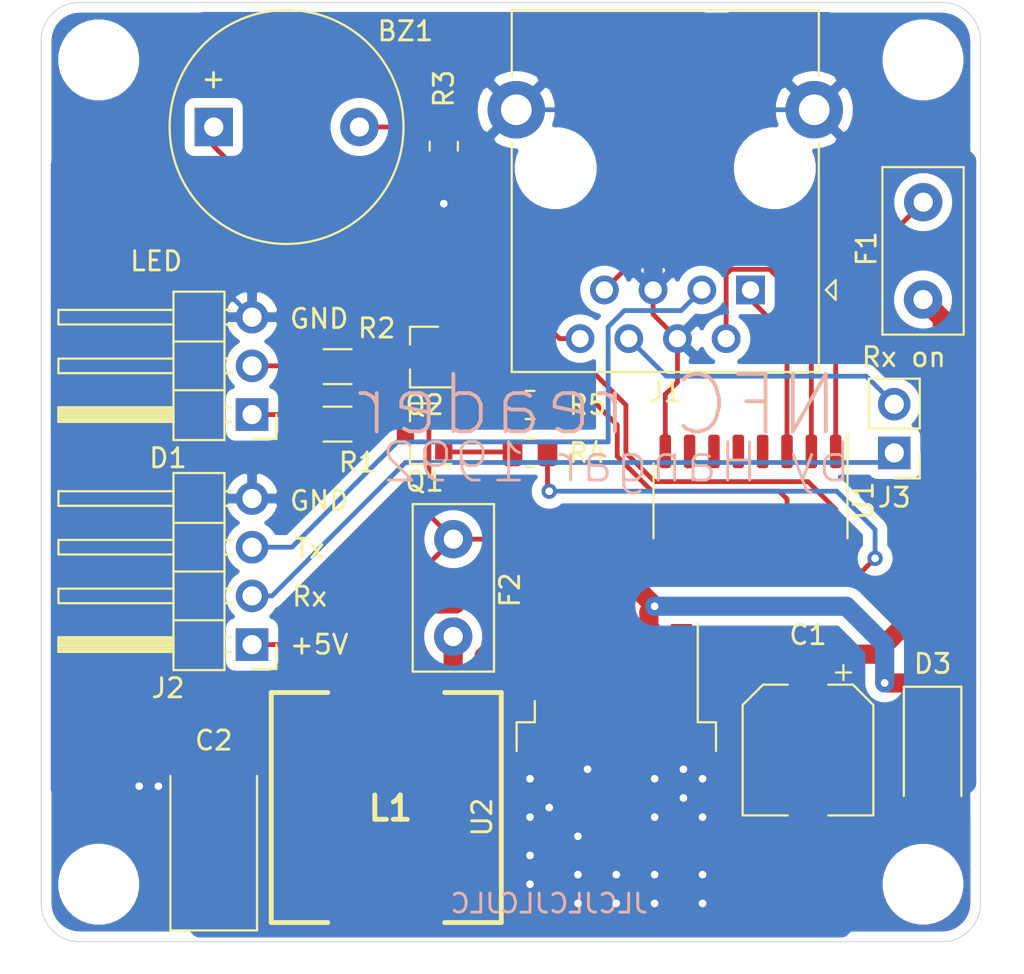
<source format=kicad_pcb>
(kicad_pcb (version 20171130) (host pcbnew 5.1.9)

  (general
    (thickness 1.6)
    (drawings 18)
    (tracks 247)
    (zones 0)
    (modules 24)
    (nets 30)
  )

  (page A4)
  (layers
    (0 F.Cu signal)
    (31 B.Cu signal)
    (32 B.Adhes user)
    (33 F.Adhes user)
    (34 B.Paste user)
    (35 F.Paste user)
    (36 B.SilkS user)
    (37 F.SilkS user hide)
    (38 B.Mask user)
    (39 F.Mask user hide)
    (40 Dwgs.User user)
    (41 Cmts.User user)
    (42 Eco1.User user)
    (43 Eco2.User user)
    (44 Edge.Cuts user)
    (45 Margin user)
    (46 B.CrtYd user)
    (47 F.CrtYd user)
    (48 B.Fab user)
    (49 F.Fab user)
  )

  (setup
    (last_trace_width 1)
    (user_trace_width 1)
    (trace_clearance 0.2)
    (zone_clearance 0.508)
    (zone_45_only no)
    (trace_min 0.2)
    (via_size 0.8)
    (via_drill 0.4)
    (via_min_size 0.4)
    (via_min_drill 0.3)
    (uvia_size 0.3)
    (uvia_drill 0.1)
    (uvias_allowed no)
    (uvia_min_size 0.2)
    (uvia_min_drill 0.1)
    (edge_width 0.05)
    (segment_width 0.2)
    (pcb_text_width 0.3)
    (pcb_text_size 1.5 1.5)
    (mod_edge_width 0.12)
    (mod_text_size 1 1)
    (mod_text_width 0.15)
    (pad_size 1.524 1.524)
    (pad_drill 0.762)
    (pad_to_mask_clearance 0)
    (aux_axis_origin 0 0)
    (visible_elements FFFFFF7F)
    (pcbplotparams
      (layerselection 0x010fc_ffffffff)
      (usegerberextensions true)
      (usegerberattributes true)
      (usegerberadvancedattributes true)
      (creategerberjobfile true)
      (excludeedgelayer true)
      (linewidth 0.100000)
      (plotframeref false)
      (viasonmask false)
      (mode 1)
      (useauxorigin false)
      (hpglpennumber 1)
      (hpglpenspeed 20)
      (hpglpendiameter 15.000000)
      (psnegative false)
      (psa4output false)
      (plotreference true)
      (plotvalue false)
      (plotinvisibletext false)
      (padsonsilk false)
      (subtractmaskfromsilk false)
      (outputformat 1)
      (mirror false)
      (drillshape 0)
      (scaleselection 1)
      (outputdirectory "gerber/"))
  )

  (net 0 "")
  (net 1 "Net-(BZ1-Pad2)")
  (net 2 +5V)
  (net 3 GND)
  (net 4 +12V)
  (net 5 "Net-(C2-Pad1)")
  (net 6 "Net-(D1-Pad2)")
  (net 7 "Net-(D1-Pad1)")
  (net 8 "Net-(D3-Pad1)")
  (net 9 "Net-(F1-Pad2)")
  (net 10 /Rx)
  (net 11 "Net-(J1-Pad2)")
  (net 12 "Net-(J1-Pad1)")
  (net 13 "Net-(J1-Pad7)")
  (net 14 /Tx)
  (net 15 "Net-(Q1-Pad3)")
  (net 16 "Net-(Q1-Pad1)")
  (net 17 "Net-(Q2-Pad3)")
  (net 18 "Net-(Q2-Pad1)")
  (net 19 "Net-(R4-Pad1)")
  (net 20 "Net-(R5-Pad1)")
  (net 21 "Net-(U1-Pad13)")
  (net 22 "Net-(U1-Pad12)")
  (net 23 "Net-(U1-Pad11)")
  (net 24 "Net-(U1-Pad10)")
  (net 25 "Net-(U1-Pad7)")
  (net 26 "Net-(U1-Pad6)")
  (net 27 "Net-(U1-Pad5)")
  (net 28 "Net-(U1-Pad4)")
  (net 29 "Net-(J1-Pad6)")

  (net_class Default "This is the default net class."
    (clearance 0.2)
    (trace_width 0.25)
    (via_dia 0.8)
    (via_drill 0.4)
    (uvia_dia 0.3)
    (uvia_drill 0.1)
    (add_net +12V)
    (add_net +5V)
    (add_net /Rx)
    (add_net /Tx)
    (add_net GND)
    (add_net "Net-(BZ1-Pad2)")
    (add_net "Net-(C2-Pad1)")
    (add_net "Net-(D1-Pad1)")
    (add_net "Net-(D1-Pad2)")
    (add_net "Net-(D3-Pad1)")
    (add_net "Net-(F1-Pad2)")
    (add_net "Net-(J1-Pad1)")
    (add_net "Net-(J1-Pad2)")
    (add_net "Net-(J1-Pad6)")
    (add_net "Net-(J1-Pad7)")
    (add_net "Net-(Q1-Pad1)")
    (add_net "Net-(Q1-Pad3)")
    (add_net "Net-(Q2-Pad1)")
    (add_net "Net-(Q2-Pad3)")
    (add_net "Net-(R4-Pad1)")
    (add_net "Net-(R5-Pad1)")
    (add_net "Net-(U1-Pad10)")
    (add_net "Net-(U1-Pad11)")
    (add_net "Net-(U1-Pad12)")
    (add_net "Net-(U1-Pad13)")
    (add_net "Net-(U1-Pad4)")
    (add_net "Net-(U1-Pad5)")
    (add_net "Net-(U1-Pad6)")
    (add_net "Net-(U1-Pad7)")
  )

  (module Connector_PinHeader_2.54mm:PinHeader_1x02_P2.54mm_Vertical (layer F.Cu) (tedit 59FED5CC) (tstamp 608DED0E)
    (at 147 116 180)
    (descr "Through hole straight pin header, 1x02, 2.54mm pitch, single row")
    (tags "Through hole pin header THT 1x02 2.54mm single row")
    (path /609780B1)
    (fp_text reference J3 (at 0 -2.33) (layer F.SilkS)
      (effects (font (size 1 1) (thickness 0.15)))
    )
    (fp_text value Conn_01x02_Male (at 0 4.87) (layer F.Fab)
      (effects (font (size 1 1) (thickness 0.15)))
    )
    (fp_text user %R (at 0 1.27 90) (layer F.Fab)
      (effects (font (size 1 1) (thickness 0.15)))
    )
    (fp_line (start -0.635 -1.27) (end 1.27 -1.27) (layer F.Fab) (width 0.1))
    (fp_line (start 1.27 -1.27) (end 1.27 3.81) (layer F.Fab) (width 0.1))
    (fp_line (start 1.27 3.81) (end -1.27 3.81) (layer F.Fab) (width 0.1))
    (fp_line (start -1.27 3.81) (end -1.27 -0.635) (layer F.Fab) (width 0.1))
    (fp_line (start -1.27 -0.635) (end -0.635 -1.27) (layer F.Fab) (width 0.1))
    (fp_line (start -1.33 3.87) (end 1.33 3.87) (layer F.SilkS) (width 0.12))
    (fp_line (start -1.33 1.27) (end -1.33 3.87) (layer F.SilkS) (width 0.12))
    (fp_line (start 1.33 1.27) (end 1.33 3.87) (layer F.SilkS) (width 0.12))
    (fp_line (start -1.33 1.27) (end 1.33 1.27) (layer F.SilkS) (width 0.12))
    (fp_line (start -1.33 0) (end -1.33 -1.33) (layer F.SilkS) (width 0.12))
    (fp_line (start -1.33 -1.33) (end 0 -1.33) (layer F.SilkS) (width 0.12))
    (fp_line (start -1.8 -1.8) (end -1.8 4.35) (layer F.CrtYd) (width 0.05))
    (fp_line (start -1.8 4.35) (end 1.8 4.35) (layer F.CrtYd) (width 0.05))
    (fp_line (start 1.8 4.35) (end 1.8 -1.8) (layer F.CrtYd) (width 0.05))
    (fp_line (start 1.8 -1.8) (end -1.8 -1.8) (layer F.CrtYd) (width 0.05))
    (pad 2 thru_hole oval (at 0 2.54 180) (size 1.7 1.7) (drill 1) (layers *.Cu *.Mask)
      (net 29 "Net-(J1-Pad6)"))
    (pad 1 thru_hole rect (at 0 0 180) (size 1.7 1.7) (drill 1) (layers *.Cu *.Mask)
      (net 10 /Rx))
    (model ${KISYS3DMOD}/Connector_PinHeader_2.54mm.3dshapes/PinHeader_1x02_P2.54mm_Vertical.wrl
      (at (xyz 0 0 0))
      (scale (xyz 1 1 1))
      (rotate (xyz 0 0 0))
    )
  )

  (module Connector_PinHeader_2.54mm:PinHeader_1x03_P2.54mm_Horizontal (layer F.Cu) (tedit 59FED5CB) (tstamp 608DA9C3)
    (at 113.5 114 180)
    (descr "Through hole angled pin header, 1x03, 2.54mm pitch, 6mm pin length, single row")
    (tags "Through hole angled pin header THT 1x03 2.54mm single row")
    (path /60C53C5B)
    (fp_text reference D1 (at 4.385 -2.27) (layer F.SilkS)
      (effects (font (size 1 1) (thickness 0.15)))
    )
    (fp_text value LED_Dual_AAC (at 4.385 7.35) (layer F.Fab)
      (effects (font (size 1 1) (thickness 0.15)))
    )
    (fp_text user %R (at 2.77 2.54 90) (layer F.Fab)
      (effects (font (size 1 1) (thickness 0.15)))
    )
    (fp_line (start 2.135 -1.27) (end 4.04 -1.27) (layer F.Fab) (width 0.1))
    (fp_line (start 4.04 -1.27) (end 4.04 6.35) (layer F.Fab) (width 0.1))
    (fp_line (start 4.04 6.35) (end 1.5 6.35) (layer F.Fab) (width 0.1))
    (fp_line (start 1.5 6.35) (end 1.5 -0.635) (layer F.Fab) (width 0.1))
    (fp_line (start 1.5 -0.635) (end 2.135 -1.27) (layer F.Fab) (width 0.1))
    (fp_line (start -0.32 -0.32) (end 1.5 -0.32) (layer F.Fab) (width 0.1))
    (fp_line (start -0.32 -0.32) (end -0.32 0.32) (layer F.Fab) (width 0.1))
    (fp_line (start -0.32 0.32) (end 1.5 0.32) (layer F.Fab) (width 0.1))
    (fp_line (start 4.04 -0.32) (end 10.04 -0.32) (layer F.Fab) (width 0.1))
    (fp_line (start 10.04 -0.32) (end 10.04 0.32) (layer F.Fab) (width 0.1))
    (fp_line (start 4.04 0.32) (end 10.04 0.32) (layer F.Fab) (width 0.1))
    (fp_line (start -0.32 2.22) (end 1.5 2.22) (layer F.Fab) (width 0.1))
    (fp_line (start -0.32 2.22) (end -0.32 2.86) (layer F.Fab) (width 0.1))
    (fp_line (start -0.32 2.86) (end 1.5 2.86) (layer F.Fab) (width 0.1))
    (fp_line (start 4.04 2.22) (end 10.04 2.22) (layer F.Fab) (width 0.1))
    (fp_line (start 10.04 2.22) (end 10.04 2.86) (layer F.Fab) (width 0.1))
    (fp_line (start 4.04 2.86) (end 10.04 2.86) (layer F.Fab) (width 0.1))
    (fp_line (start -0.32 4.76) (end 1.5 4.76) (layer F.Fab) (width 0.1))
    (fp_line (start -0.32 4.76) (end -0.32 5.4) (layer F.Fab) (width 0.1))
    (fp_line (start -0.32 5.4) (end 1.5 5.4) (layer F.Fab) (width 0.1))
    (fp_line (start 4.04 4.76) (end 10.04 4.76) (layer F.Fab) (width 0.1))
    (fp_line (start 10.04 4.76) (end 10.04 5.4) (layer F.Fab) (width 0.1))
    (fp_line (start 4.04 5.4) (end 10.04 5.4) (layer F.Fab) (width 0.1))
    (fp_line (start 1.44 -1.33) (end 1.44 6.41) (layer F.SilkS) (width 0.12))
    (fp_line (start 1.44 6.41) (end 4.1 6.41) (layer F.SilkS) (width 0.12))
    (fp_line (start 4.1 6.41) (end 4.1 -1.33) (layer F.SilkS) (width 0.12))
    (fp_line (start 4.1 -1.33) (end 1.44 -1.33) (layer F.SilkS) (width 0.12))
    (fp_line (start 4.1 -0.38) (end 10.1 -0.38) (layer F.SilkS) (width 0.12))
    (fp_line (start 10.1 -0.38) (end 10.1 0.38) (layer F.SilkS) (width 0.12))
    (fp_line (start 10.1 0.38) (end 4.1 0.38) (layer F.SilkS) (width 0.12))
    (fp_line (start 4.1 -0.32) (end 10.1 -0.32) (layer F.SilkS) (width 0.12))
    (fp_line (start 4.1 -0.2) (end 10.1 -0.2) (layer F.SilkS) (width 0.12))
    (fp_line (start 4.1 -0.08) (end 10.1 -0.08) (layer F.SilkS) (width 0.12))
    (fp_line (start 4.1 0.04) (end 10.1 0.04) (layer F.SilkS) (width 0.12))
    (fp_line (start 4.1 0.16) (end 10.1 0.16) (layer F.SilkS) (width 0.12))
    (fp_line (start 4.1 0.28) (end 10.1 0.28) (layer F.SilkS) (width 0.12))
    (fp_line (start 1.11 -0.38) (end 1.44 -0.38) (layer F.SilkS) (width 0.12))
    (fp_line (start 1.11 0.38) (end 1.44 0.38) (layer F.SilkS) (width 0.12))
    (fp_line (start 1.44 1.27) (end 4.1 1.27) (layer F.SilkS) (width 0.12))
    (fp_line (start 4.1 2.16) (end 10.1 2.16) (layer F.SilkS) (width 0.12))
    (fp_line (start 10.1 2.16) (end 10.1 2.92) (layer F.SilkS) (width 0.12))
    (fp_line (start 10.1 2.92) (end 4.1 2.92) (layer F.SilkS) (width 0.12))
    (fp_line (start 1.042929 2.16) (end 1.44 2.16) (layer F.SilkS) (width 0.12))
    (fp_line (start 1.042929 2.92) (end 1.44 2.92) (layer F.SilkS) (width 0.12))
    (fp_line (start 1.44 3.81) (end 4.1 3.81) (layer F.SilkS) (width 0.12))
    (fp_line (start 4.1 4.7) (end 10.1 4.7) (layer F.SilkS) (width 0.12))
    (fp_line (start 10.1 4.7) (end 10.1 5.46) (layer F.SilkS) (width 0.12))
    (fp_line (start 10.1 5.46) (end 4.1 5.46) (layer F.SilkS) (width 0.12))
    (fp_line (start 1.042929 4.7) (end 1.44 4.7) (layer F.SilkS) (width 0.12))
    (fp_line (start 1.042929 5.46) (end 1.44 5.46) (layer F.SilkS) (width 0.12))
    (fp_line (start -1.27 0) (end -1.27 -1.27) (layer F.SilkS) (width 0.12))
    (fp_line (start -1.27 -1.27) (end 0 -1.27) (layer F.SilkS) (width 0.12))
    (fp_line (start -1.8 -1.8) (end -1.8 6.85) (layer F.CrtYd) (width 0.05))
    (fp_line (start -1.8 6.85) (end 10.55 6.85) (layer F.CrtYd) (width 0.05))
    (fp_line (start 10.55 6.85) (end 10.55 -1.8) (layer F.CrtYd) (width 0.05))
    (fp_line (start 10.55 -1.8) (end -1.8 -1.8) (layer F.CrtYd) (width 0.05))
    (pad 3 thru_hole oval (at 0 5.08 180) (size 1.7 1.7) (drill 1) (layers *.Cu *.Mask)
      (net 3 GND))
    (pad 2 thru_hole oval (at 0 2.54 180) (size 1.7 1.7) (drill 1) (layers *.Cu *.Mask)
      (net 6 "Net-(D1-Pad2)"))
    (pad 1 thru_hole rect (at 0 0 180) (size 1.7 1.7) (drill 1) (layers *.Cu *.Mask)
      (net 7 "Net-(D1-Pad1)"))
    (model ${KISYS3DMOD}/Connector_PinHeader_2.54mm.3dshapes/PinHeader_1x03_P2.54mm_Horizontal.wrl
      (at (xyz 0 0 0))
      (scale (xyz 1 1 1))
      (rotate (xyz 0 0 0))
    )
  )

  (module Package_TO_SOT_SMD:TO-263-5_TabPin3 (layer F.Cu) (tedit 5A70FBB6) (tstamp 608DAB73)
    (at 132.5 133 270)
    (descr "TO-263 / D2PAK / DDPAK SMD package, http://www.infineon.com/cms/en/product/packages/PG-TO263/PG-TO263-5-1/")
    (tags "D2PAK DDPAK TO-263 D2PAK-5 TO-263-5 SOT-426")
    (path /60C63AF7)
    (attr smd)
    (fp_text reference U2 (at 2 7 90) (layer F.SilkS)
      (effects (font (size 1 1) (thickness 0.15)))
    )
    (fp_text value LM2575-5.0BU (at 0 6.65 90) (layer F.Fab)
      (effects (font (size 1 1) (thickness 0.15)))
    )
    (fp_text user %R (at 0 0 90) (layer F.Fab)
      (effects (font (size 1 1) (thickness 0.15)))
    )
    (fp_line (start 6.5 -5) (end 7.5 -5) (layer F.Fab) (width 0.1))
    (fp_line (start 7.5 -5) (end 7.5 5) (layer F.Fab) (width 0.1))
    (fp_line (start 7.5 5) (end 6.5 5) (layer F.Fab) (width 0.1))
    (fp_line (start 6.5 -5) (end 6.5 5) (layer F.Fab) (width 0.1))
    (fp_line (start 6.5 5) (end -2.75 5) (layer F.Fab) (width 0.1))
    (fp_line (start -2.75 5) (end -2.75 -4) (layer F.Fab) (width 0.1))
    (fp_line (start -2.75 -4) (end -1.75 -5) (layer F.Fab) (width 0.1))
    (fp_line (start -1.75 -5) (end 6.5 -5) (layer F.Fab) (width 0.1))
    (fp_line (start -2.75 -3.8) (end -7.45 -3.8) (layer F.Fab) (width 0.1))
    (fp_line (start -7.45 -3.8) (end -7.45 -3) (layer F.Fab) (width 0.1))
    (fp_line (start -7.45 -3) (end -2.75 -3) (layer F.Fab) (width 0.1))
    (fp_line (start -2.75 -2.1) (end -7.45 -2.1) (layer F.Fab) (width 0.1))
    (fp_line (start -7.45 -2.1) (end -7.45 -1.3) (layer F.Fab) (width 0.1))
    (fp_line (start -7.45 -1.3) (end -2.75 -1.3) (layer F.Fab) (width 0.1))
    (fp_line (start -2.75 -0.4) (end -7.45 -0.4) (layer F.Fab) (width 0.1))
    (fp_line (start -7.45 -0.4) (end -7.45 0.4) (layer F.Fab) (width 0.1))
    (fp_line (start -7.45 0.4) (end -2.75 0.4) (layer F.Fab) (width 0.1))
    (fp_line (start -2.75 1.3) (end -7.45 1.3) (layer F.Fab) (width 0.1))
    (fp_line (start -7.45 1.3) (end -7.45 2.1) (layer F.Fab) (width 0.1))
    (fp_line (start -7.45 2.1) (end -2.75 2.1) (layer F.Fab) (width 0.1))
    (fp_line (start -2.75 3) (end -7.45 3) (layer F.Fab) (width 0.1))
    (fp_line (start -7.45 3) (end -7.45 3.8) (layer F.Fab) (width 0.1))
    (fp_line (start -7.45 3.8) (end -2.75 3.8) (layer F.Fab) (width 0.1))
    (fp_line (start -1.45 -5.2) (end -2.95 -5.2) (layer F.SilkS) (width 0.12))
    (fp_line (start -2.95 -5.2) (end -2.95 -4.25) (layer F.SilkS) (width 0.12))
    (fp_line (start -2.95 -4.25) (end -8.075 -4.25) (layer F.SilkS) (width 0.12))
    (fp_line (start -1.45 5.2) (end -2.95 5.2) (layer F.SilkS) (width 0.12))
    (fp_line (start -2.95 5.2) (end -2.95 4.25) (layer F.SilkS) (width 0.12))
    (fp_line (start -2.95 4.25) (end -4.05 4.25) (layer F.SilkS) (width 0.12))
    (fp_line (start -8.32 -5.65) (end -8.32 5.65) (layer F.CrtYd) (width 0.05))
    (fp_line (start -8.32 5.65) (end 8.32 5.65) (layer F.CrtYd) (width 0.05))
    (fp_line (start 8.32 5.65) (end 8.32 -5.65) (layer F.CrtYd) (width 0.05))
    (fp_line (start 8.32 -5.65) (end -8.32 -5.65) (layer F.CrtYd) (width 0.05))
    (pad "" smd rect (at 0.95 2.775 270) (size 4.55 5.25) (layers F.Paste))
    (pad "" smd rect (at 5.8 -2.775 270) (size 4.55 5.25) (layers F.Paste))
    (pad "" smd rect (at 0.95 -2.775 270) (size 4.55 5.25) (layers F.Paste))
    (pad "" smd rect (at 5.8 2.775 270) (size 4.55 5.25) (layers F.Paste))
    (pad 3 smd rect (at 3.375 0 270) (size 9.4 10.8) (layers F.Cu F.Mask)
      (net 3 GND))
    (pad 5 smd rect (at -5.775 3.4 270) (size 4.6 1.1) (layers F.Cu F.Paste F.Mask)
      (net 3 GND))
    (pad 4 smd rect (at -5.775 1.7 270) (size 4.6 1.1) (layers F.Cu F.Paste F.Mask)
      (net 5 "Net-(C2-Pad1)"))
    (pad 3 smd rect (at -5.775 0 270) (size 4.6 1.1) (layers F.Cu F.Paste F.Mask)
      (net 3 GND))
    (pad 2 smd rect (at -5.775 -1.7 270) (size 4.6 1.1) (layers F.Cu F.Paste F.Mask)
      (net 8 "Net-(D3-Pad1)"))
    (pad 1 smd rect (at -5.775 -3.4 270) (size 4.6 1.1) (layers F.Cu F.Paste F.Mask)
      (net 4 +12V))
    (model ${KISYS3DMOD}/Package_TO_SOT_SMD.3dshapes/TO-263-5_TabPin3.wrl
      (at (xyz 0 0 0))
      (scale (xyz 1 1 1))
      (rotate (xyz 0 0 0))
    )
  )

  (module Package_SO:SO-16_3.9x9.9mm_P1.27mm (layer F.Cu) (tedit 5E888720) (tstamp 608DAB43)
    (at 139.5 118.5 270)
    (descr "SO, 16 Pin (https://www.nxp.com/docs/en/package-information/SOT109-1.pdf), generated with kicad-footprint-generator ipc_gullwing_generator.py")
    (tags "SO SO")
    (path /60C54696)
    (attr smd)
    (fp_text reference U1 (at 0 -5.9 90) (layer F.SilkS)
      (effects (font (size 1 1) (thickness 0.15)))
    )
    (fp_text value ULN2003A (at 0 5.9 90) (layer F.Fab)
      (effects (font (size 1 1) (thickness 0.15)))
    )
    (fp_text user %R (at 0 0 90) (layer F.Fab)
      (effects (font (size 0.98 0.98) (thickness 0.15)))
    )
    (fp_line (start 0 5.06) (end 1.95 5.06) (layer F.SilkS) (width 0.12))
    (fp_line (start 0 5.06) (end -1.95 5.06) (layer F.SilkS) (width 0.12))
    (fp_line (start 0 -5.06) (end 1.95 -5.06) (layer F.SilkS) (width 0.12))
    (fp_line (start 0 -5.06) (end -3.45 -5.06) (layer F.SilkS) (width 0.12))
    (fp_line (start -0.975 -4.95) (end 1.95 -4.95) (layer F.Fab) (width 0.1))
    (fp_line (start 1.95 -4.95) (end 1.95 4.95) (layer F.Fab) (width 0.1))
    (fp_line (start 1.95 4.95) (end -1.95 4.95) (layer F.Fab) (width 0.1))
    (fp_line (start -1.95 4.95) (end -1.95 -3.975) (layer F.Fab) (width 0.1))
    (fp_line (start -1.95 -3.975) (end -0.975 -4.95) (layer F.Fab) (width 0.1))
    (fp_line (start -3.7 -5.2) (end -3.7 5.2) (layer F.CrtYd) (width 0.05))
    (fp_line (start -3.7 5.2) (end 3.7 5.2) (layer F.CrtYd) (width 0.05))
    (fp_line (start 3.7 5.2) (end 3.7 -5.2) (layer F.CrtYd) (width 0.05))
    (fp_line (start 3.7 -5.2) (end -3.7 -5.2) (layer F.CrtYd) (width 0.05))
    (pad 16 smd roundrect (at 2.575 -4.445 270) (size 1.75 0.6) (layers F.Cu F.Paste F.Mask) (roundrect_rratio 0.25)
      (net 1 "Net-(BZ1-Pad2)"))
    (pad 15 smd roundrect (at 2.575 -3.175 270) (size 1.75 0.6) (layers F.Cu F.Paste F.Mask) (roundrect_rratio 0.25)
      (net 19 "Net-(R4-Pad1)"))
    (pad 14 smd roundrect (at 2.575 -1.905 270) (size 1.75 0.6) (layers F.Cu F.Paste F.Mask) (roundrect_rratio 0.25)
      (net 20 "Net-(R5-Pad1)"))
    (pad 13 smd roundrect (at 2.575 -0.635 270) (size 1.75 0.6) (layers F.Cu F.Paste F.Mask) (roundrect_rratio 0.25)
      (net 21 "Net-(U1-Pad13)"))
    (pad 12 smd roundrect (at 2.575 0.635 270) (size 1.75 0.6) (layers F.Cu F.Paste F.Mask) (roundrect_rratio 0.25)
      (net 22 "Net-(U1-Pad12)"))
    (pad 11 smd roundrect (at 2.575 1.905 270) (size 1.75 0.6) (layers F.Cu F.Paste F.Mask) (roundrect_rratio 0.25)
      (net 23 "Net-(U1-Pad11)"))
    (pad 10 smd roundrect (at 2.575 3.175 270) (size 1.75 0.6) (layers F.Cu F.Paste F.Mask) (roundrect_rratio 0.25)
      (net 24 "Net-(U1-Pad10)"))
    (pad 9 smd roundrect (at 2.575 4.445 270) (size 1.75 0.6) (layers F.Cu F.Paste F.Mask) (roundrect_rratio 0.25)
      (net 2 +5V))
    (pad 8 smd roundrect (at -2.575 4.445 270) (size 1.75 0.6) (layers F.Cu F.Paste F.Mask) (roundrect_rratio 0.25)
      (net 3 GND))
    (pad 7 smd roundrect (at -2.575 3.175 270) (size 1.75 0.6) (layers F.Cu F.Paste F.Mask) (roundrect_rratio 0.25)
      (net 25 "Net-(U1-Pad7)"))
    (pad 6 smd roundrect (at -2.575 1.905 270) (size 1.75 0.6) (layers F.Cu F.Paste F.Mask) (roundrect_rratio 0.25)
      (net 26 "Net-(U1-Pad6)"))
    (pad 5 smd roundrect (at -2.575 0.635 270) (size 1.75 0.6) (layers F.Cu F.Paste F.Mask) (roundrect_rratio 0.25)
      (net 27 "Net-(U1-Pad5)"))
    (pad 4 smd roundrect (at -2.575 -0.635 270) (size 1.75 0.6) (layers F.Cu F.Paste F.Mask) (roundrect_rratio 0.25)
      (net 28 "Net-(U1-Pad4)"))
    (pad 3 smd roundrect (at -2.575 -1.905 270) (size 1.75 0.6) (layers F.Cu F.Paste F.Mask) (roundrect_rratio 0.25)
      (net 12 "Net-(J1-Pad1)"))
    (pad 2 smd roundrect (at -2.575 -3.175 270) (size 1.75 0.6) (layers F.Cu F.Paste F.Mask) (roundrect_rratio 0.25)
      (net 11 "Net-(J1-Pad2)"))
    (pad 1 smd roundrect (at -2.575 -4.445 270) (size 1.75 0.6) (layers F.Cu F.Paste F.Mask) (roundrect_rratio 0.25)
      (net 13 "Net-(J1-Pad7)"))
    (model ${KISYS3DMOD}/Package_SO.3dshapes/SO-16_3.9x9.9mm_P1.27mm.wrl
      (at (xyz 0 0 0))
      (scale (xyz 1 1 1))
      (rotate (xyz 0 0 0))
    )
  )

  (module Resistor_SMD:R_0805_2012Metric (layer F.Cu) (tedit 5F68FEEE) (tstamp 608DAB21)
    (at 128 113.5 180)
    (descr "Resistor SMD 0805 (2012 Metric), square (rectangular) end terminal, IPC_7351 nominal, (Body size source: IPC-SM-782 page 72, https://www.pcb-3d.com/wordpress/wp-content/uploads/ipc-sm-782a_amendment_1_and_2.pdf), generated with kicad-footprint-generator")
    (tags resistor)
    (path /60E00771)
    (attr smd)
    (fp_text reference R5 (at -3 0) (layer F.SilkS)
      (effects (font (size 1 1) (thickness 0.15)))
    )
    (fp_text value 1k (at 0 1.65) (layer F.Fab)
      (effects (font (size 1 1) (thickness 0.15)))
    )
    (fp_text user %R (at 0 0) (layer F.Fab)
      (effects (font (size 0.5 0.5) (thickness 0.08)))
    )
    (fp_line (start -1 0.625) (end -1 -0.625) (layer F.Fab) (width 0.1))
    (fp_line (start -1 -0.625) (end 1 -0.625) (layer F.Fab) (width 0.1))
    (fp_line (start 1 -0.625) (end 1 0.625) (layer F.Fab) (width 0.1))
    (fp_line (start 1 0.625) (end -1 0.625) (layer F.Fab) (width 0.1))
    (fp_line (start -0.227064 -0.735) (end 0.227064 -0.735) (layer F.SilkS) (width 0.12))
    (fp_line (start -0.227064 0.735) (end 0.227064 0.735) (layer F.SilkS) (width 0.12))
    (fp_line (start -1.68 0.95) (end -1.68 -0.95) (layer F.CrtYd) (width 0.05))
    (fp_line (start -1.68 -0.95) (end 1.68 -0.95) (layer F.CrtYd) (width 0.05))
    (fp_line (start 1.68 -0.95) (end 1.68 0.95) (layer F.CrtYd) (width 0.05))
    (fp_line (start 1.68 0.95) (end -1.68 0.95) (layer F.CrtYd) (width 0.05))
    (pad 2 smd roundrect (at 0.9125 0 180) (size 1.025 1.4) (layers F.Cu F.Paste F.Mask) (roundrect_rratio 0.2439014634146341)
      (net 18 "Net-(Q2-Pad1)"))
    (pad 1 smd roundrect (at -0.9125 0 180) (size 1.025 1.4) (layers F.Cu F.Paste F.Mask) (roundrect_rratio 0.2439014634146341)
      (net 20 "Net-(R5-Pad1)"))
    (model ${KISYS3DMOD}/Resistor_SMD.3dshapes/R_0805_2012Metric.wrl
      (at (xyz 0 0 0))
      (scale (xyz 1 1 1))
      (rotate (xyz 0 0 0))
    )
  )

  (module Resistor_SMD:R_0805_2012Metric (layer F.Cu) (tedit 5F68FEEE) (tstamp 608DAB10)
    (at 128 116 180)
    (descr "Resistor SMD 0805 (2012 Metric), square (rectangular) end terminal, IPC_7351 nominal, (Body size source: IPC-SM-782 page 72, https://www.pcb-3d.com/wordpress/wp-content/uploads/ipc-sm-782a_amendment_1_and_2.pdf), generated with kicad-footprint-generator")
    (tags resistor)
    (path /60DF2D88)
    (attr smd)
    (fp_text reference R4 (at -3 0) (layer F.SilkS)
      (effects (font (size 1 1) (thickness 0.15)))
    )
    (fp_text value 1k (at 0 1.65) (layer F.Fab)
      (effects (font (size 1 1) (thickness 0.15)))
    )
    (fp_text user %R (at 0 0) (layer F.Fab)
      (effects (font (size 0.5 0.5) (thickness 0.08)))
    )
    (fp_line (start -1 0.625) (end -1 -0.625) (layer F.Fab) (width 0.1))
    (fp_line (start -1 -0.625) (end 1 -0.625) (layer F.Fab) (width 0.1))
    (fp_line (start 1 -0.625) (end 1 0.625) (layer F.Fab) (width 0.1))
    (fp_line (start 1 0.625) (end -1 0.625) (layer F.Fab) (width 0.1))
    (fp_line (start -0.227064 -0.735) (end 0.227064 -0.735) (layer F.SilkS) (width 0.12))
    (fp_line (start -0.227064 0.735) (end 0.227064 0.735) (layer F.SilkS) (width 0.12))
    (fp_line (start -1.68 0.95) (end -1.68 -0.95) (layer F.CrtYd) (width 0.05))
    (fp_line (start -1.68 -0.95) (end 1.68 -0.95) (layer F.CrtYd) (width 0.05))
    (fp_line (start 1.68 -0.95) (end 1.68 0.95) (layer F.CrtYd) (width 0.05))
    (fp_line (start 1.68 0.95) (end -1.68 0.95) (layer F.CrtYd) (width 0.05))
    (pad 2 smd roundrect (at 0.9125 0 180) (size 1.025 1.4) (layers F.Cu F.Paste F.Mask) (roundrect_rratio 0.2439014634146341)
      (net 16 "Net-(Q1-Pad1)"))
    (pad 1 smd roundrect (at -0.9125 0 180) (size 1.025 1.4) (layers F.Cu F.Paste F.Mask) (roundrect_rratio 0.2439014634146341)
      (net 19 "Net-(R4-Pad1)"))
    (model ${KISYS3DMOD}/Resistor_SMD.3dshapes/R_0805_2012Metric.wrl
      (at (xyz 0 0 0))
      (scale (xyz 1 1 1))
      (rotate (xyz 0 0 0))
    )
  )

  (module Resistor_SMD:R_0805_2012Metric (layer F.Cu) (tedit 5F68FEEE) (tstamp 608DAAFF)
    (at 123.5 100 90)
    (descr "Resistor SMD 0805 (2012 Metric), square (rectangular) end terminal, IPC_7351 nominal, (Body size source: IPC-SM-782 page 72, https://www.pcb-3d.com/wordpress/wp-content/uploads/ipc-sm-782a_amendment_1_and_2.pdf), generated with kicad-footprint-generator")
    (tags resistor)
    (path /60D916B3)
    (attr smd)
    (fp_text reference R3 (at 3 0 90) (layer F.SilkS)
      (effects (font (size 1 1) (thickness 0.15)))
    )
    (fp_text value 10k (at 0 1.65 90) (layer F.Fab)
      (effects (font (size 1 1) (thickness 0.15)))
    )
    (fp_text user %R (at 0 0 90) (layer F.Fab)
      (effects (font (size 0.5 0.5) (thickness 0.08)))
    )
    (fp_line (start -1 0.625) (end -1 -0.625) (layer F.Fab) (width 0.1))
    (fp_line (start -1 -0.625) (end 1 -0.625) (layer F.Fab) (width 0.1))
    (fp_line (start 1 -0.625) (end 1 0.625) (layer F.Fab) (width 0.1))
    (fp_line (start 1 0.625) (end -1 0.625) (layer F.Fab) (width 0.1))
    (fp_line (start -0.227064 -0.735) (end 0.227064 -0.735) (layer F.SilkS) (width 0.12))
    (fp_line (start -0.227064 0.735) (end 0.227064 0.735) (layer F.SilkS) (width 0.12))
    (fp_line (start -1.68 0.95) (end -1.68 -0.95) (layer F.CrtYd) (width 0.05))
    (fp_line (start -1.68 -0.95) (end 1.68 -0.95) (layer F.CrtYd) (width 0.05))
    (fp_line (start 1.68 -0.95) (end 1.68 0.95) (layer F.CrtYd) (width 0.05))
    (fp_line (start 1.68 0.95) (end -1.68 0.95) (layer F.CrtYd) (width 0.05))
    (pad 2 smd roundrect (at 0.9125 0 90) (size 1.025 1.4) (layers F.Cu F.Paste F.Mask) (roundrect_rratio 0.2439014634146341)
      (net 1 "Net-(BZ1-Pad2)"))
    (pad 1 smd roundrect (at -0.9125 0 90) (size 1.025 1.4) (layers F.Cu F.Paste F.Mask) (roundrect_rratio 0.2439014634146341)
      (net 3 GND))
    (model ${KISYS3DMOD}/Resistor_SMD.3dshapes/R_0805_2012Metric.wrl
      (at (xyz 0 0 0))
      (scale (xyz 1 1 1))
      (rotate (xyz 0 0 0))
    )
  )

  (module Resistor_SMD:R_1206_3216Metric (layer F.Cu) (tedit 5F68FEEE) (tstamp 608DAAEE)
    (at 117.9625 111.5 180)
    (descr "Resistor SMD 1206 (3216 Metric), square (rectangular) end terminal, IPC_7351 nominal, (Body size source: IPC-SM-782 page 72, https://www.pcb-3d.com/wordpress/wp-content/uploads/ipc-sm-782a_amendment_1_and_2.pdf), generated with kicad-footprint-generator")
    (tags resistor)
    (path /60C60E45)
    (attr smd)
    (fp_text reference R2 (at -2.0375 2) (layer F.SilkS)
      (effects (font (size 1 1) (thickness 0.15)))
    )
    (fp_text value 150R (at 0 1.82) (layer F.Fab)
      (effects (font (size 1 1) (thickness 0.15)))
    )
    (fp_text user %R (at 0 0) (layer F.Fab)
      (effects (font (size 0.8 0.8) (thickness 0.12)))
    )
    (fp_line (start -1.6 0.8) (end -1.6 -0.8) (layer F.Fab) (width 0.1))
    (fp_line (start -1.6 -0.8) (end 1.6 -0.8) (layer F.Fab) (width 0.1))
    (fp_line (start 1.6 -0.8) (end 1.6 0.8) (layer F.Fab) (width 0.1))
    (fp_line (start 1.6 0.8) (end -1.6 0.8) (layer F.Fab) (width 0.1))
    (fp_line (start -0.727064 -0.91) (end 0.727064 -0.91) (layer F.SilkS) (width 0.12))
    (fp_line (start -0.727064 0.91) (end 0.727064 0.91) (layer F.SilkS) (width 0.12))
    (fp_line (start -2.28 1.12) (end -2.28 -1.12) (layer F.CrtYd) (width 0.05))
    (fp_line (start -2.28 -1.12) (end 2.28 -1.12) (layer F.CrtYd) (width 0.05))
    (fp_line (start 2.28 -1.12) (end 2.28 1.12) (layer F.CrtYd) (width 0.05))
    (fp_line (start 2.28 1.12) (end -2.28 1.12) (layer F.CrtYd) (width 0.05))
    (pad 2 smd roundrect (at 1.4625 0 180) (size 1.125 1.75) (layers F.Cu F.Paste F.Mask) (roundrect_rratio 0.2222213333333333)
      (net 6 "Net-(D1-Pad2)"))
    (pad 1 smd roundrect (at -1.4625 0 180) (size 1.125 1.75) (layers F.Cu F.Paste F.Mask) (roundrect_rratio 0.2222213333333333)
      (net 17 "Net-(Q2-Pad3)"))
    (model ${KISYS3DMOD}/Resistor_SMD.3dshapes/R_1206_3216Metric.wrl
      (at (xyz 0 0 0))
      (scale (xyz 1 1 1))
      (rotate (xyz 0 0 0))
    )
  )

  (module Resistor_SMD:R_1206_3216Metric (layer F.Cu) (tedit 5F68FEEE) (tstamp 608DAADD)
    (at 117.9625 114.5 180)
    (descr "Resistor SMD 1206 (3216 Metric), square (rectangular) end terminal, IPC_7351 nominal, (Body size source: IPC-SM-782 page 72, https://www.pcb-3d.com/wordpress/wp-content/uploads/ipc-sm-782a_amendment_1_and_2.pdf), generated with kicad-footprint-generator")
    (tags resistor)
    (path /60C60621)
    (attr smd)
    (fp_text reference R1 (at -1.0375 -2) (layer F.SilkS)
      (effects (font (size 1 1) (thickness 0.15)))
    )
    (fp_text value 150R (at 0 1.82) (layer F.Fab)
      (effects (font (size 1 1) (thickness 0.15)))
    )
    (fp_text user %R (at 0 0) (layer F.Fab)
      (effects (font (size 0.8 0.8) (thickness 0.12)))
    )
    (fp_line (start -1.6 0.8) (end -1.6 -0.8) (layer F.Fab) (width 0.1))
    (fp_line (start -1.6 -0.8) (end 1.6 -0.8) (layer F.Fab) (width 0.1))
    (fp_line (start 1.6 -0.8) (end 1.6 0.8) (layer F.Fab) (width 0.1))
    (fp_line (start 1.6 0.8) (end -1.6 0.8) (layer F.Fab) (width 0.1))
    (fp_line (start -0.727064 -0.91) (end 0.727064 -0.91) (layer F.SilkS) (width 0.12))
    (fp_line (start -0.727064 0.91) (end 0.727064 0.91) (layer F.SilkS) (width 0.12))
    (fp_line (start -2.28 1.12) (end -2.28 -1.12) (layer F.CrtYd) (width 0.05))
    (fp_line (start -2.28 -1.12) (end 2.28 -1.12) (layer F.CrtYd) (width 0.05))
    (fp_line (start 2.28 -1.12) (end 2.28 1.12) (layer F.CrtYd) (width 0.05))
    (fp_line (start 2.28 1.12) (end -2.28 1.12) (layer F.CrtYd) (width 0.05))
    (pad 2 smd roundrect (at 1.4625 0 180) (size 1.125 1.75) (layers F.Cu F.Paste F.Mask) (roundrect_rratio 0.2222213333333333)
      (net 7 "Net-(D1-Pad1)"))
    (pad 1 smd roundrect (at -1.4625 0 180) (size 1.125 1.75) (layers F.Cu F.Paste F.Mask) (roundrect_rratio 0.2222213333333333)
      (net 15 "Net-(Q1-Pad3)"))
    (model ${KISYS3DMOD}/Resistor_SMD.3dshapes/R_1206_3216Metric.wrl
      (at (xyz 0 0 0))
      (scale (xyz 1 1 1))
      (rotate (xyz 0 0 0))
    )
  )

  (module Package_TO_SOT_SMD:SOT-23 (layer F.Cu) (tedit 5A02FF57) (tstamp 608DAACC)
    (at 122.5 111 180)
    (descr "SOT-23, Standard")
    (tags SOT-23)
    (path /60C5F266)
    (attr smd)
    (fp_text reference Q2 (at 0 -2.5) (layer F.SilkS)
      (effects (font (size 1 1) (thickness 0.15)))
    )
    (fp_text value BC807 (at 0 2.5) (layer F.Fab)
      (effects (font (size 1 1) (thickness 0.15)))
    )
    (fp_text user %R (at 0 0 90) (layer F.Fab)
      (effects (font (size 0.5 0.5) (thickness 0.075)))
    )
    (fp_line (start -0.7 -0.95) (end -0.7 1.5) (layer F.Fab) (width 0.1))
    (fp_line (start -0.15 -1.52) (end 0.7 -1.52) (layer F.Fab) (width 0.1))
    (fp_line (start -0.7 -0.95) (end -0.15 -1.52) (layer F.Fab) (width 0.1))
    (fp_line (start 0.7 -1.52) (end 0.7 1.52) (layer F.Fab) (width 0.1))
    (fp_line (start -0.7 1.52) (end 0.7 1.52) (layer F.Fab) (width 0.1))
    (fp_line (start 0.76 1.58) (end 0.76 0.65) (layer F.SilkS) (width 0.12))
    (fp_line (start 0.76 -1.58) (end 0.76 -0.65) (layer F.SilkS) (width 0.12))
    (fp_line (start -1.7 -1.75) (end 1.7 -1.75) (layer F.CrtYd) (width 0.05))
    (fp_line (start 1.7 -1.75) (end 1.7 1.75) (layer F.CrtYd) (width 0.05))
    (fp_line (start 1.7 1.75) (end -1.7 1.75) (layer F.CrtYd) (width 0.05))
    (fp_line (start -1.7 1.75) (end -1.7 -1.75) (layer F.CrtYd) (width 0.05))
    (fp_line (start 0.76 -1.58) (end -1.4 -1.58) (layer F.SilkS) (width 0.12))
    (fp_line (start 0.76 1.58) (end -0.7 1.58) (layer F.SilkS) (width 0.12))
    (pad 3 smd rect (at 1 0 180) (size 0.9 0.8) (layers F.Cu F.Paste F.Mask)
      (net 17 "Net-(Q2-Pad3)"))
    (pad 2 smd rect (at -1 0.95 180) (size 0.9 0.8) (layers F.Cu F.Paste F.Mask)
      (net 2 +5V))
    (pad 1 smd rect (at -1 -0.95 180) (size 0.9 0.8) (layers F.Cu F.Paste F.Mask)
      (net 18 "Net-(Q2-Pad1)"))
    (model ${KISYS3DMOD}/Package_TO_SOT_SMD.3dshapes/SOT-23.wrl
      (at (xyz 0 0 0))
      (scale (xyz 1 1 1))
      (rotate (xyz 0 0 0))
    )
  )

  (module Package_TO_SOT_SMD:SOT-23 (layer F.Cu) (tedit 5A02FF57) (tstamp 608DAAB7)
    (at 122.5 115 180)
    (descr "SOT-23, Standard")
    (tags SOT-23)
    (path /60C5E434)
    (attr smd)
    (fp_text reference Q1 (at 0 -2.5) (layer F.SilkS)
      (effects (font (size 1 1) (thickness 0.15)))
    )
    (fp_text value BC807 (at 0 2.5) (layer F.Fab)
      (effects (font (size 1 1) (thickness 0.15)))
    )
    (fp_text user %R (at 0 0 90) (layer F.Fab)
      (effects (font (size 0.5 0.5) (thickness 0.075)))
    )
    (fp_line (start -0.7 -0.95) (end -0.7 1.5) (layer F.Fab) (width 0.1))
    (fp_line (start -0.15 -1.52) (end 0.7 -1.52) (layer F.Fab) (width 0.1))
    (fp_line (start -0.7 -0.95) (end -0.15 -1.52) (layer F.Fab) (width 0.1))
    (fp_line (start 0.7 -1.52) (end 0.7 1.52) (layer F.Fab) (width 0.1))
    (fp_line (start -0.7 1.52) (end 0.7 1.52) (layer F.Fab) (width 0.1))
    (fp_line (start 0.76 1.58) (end 0.76 0.65) (layer F.SilkS) (width 0.12))
    (fp_line (start 0.76 -1.58) (end 0.76 -0.65) (layer F.SilkS) (width 0.12))
    (fp_line (start -1.7 -1.75) (end 1.7 -1.75) (layer F.CrtYd) (width 0.05))
    (fp_line (start 1.7 -1.75) (end 1.7 1.75) (layer F.CrtYd) (width 0.05))
    (fp_line (start 1.7 1.75) (end -1.7 1.75) (layer F.CrtYd) (width 0.05))
    (fp_line (start -1.7 1.75) (end -1.7 -1.75) (layer F.CrtYd) (width 0.05))
    (fp_line (start 0.76 -1.58) (end -1.4 -1.58) (layer F.SilkS) (width 0.12))
    (fp_line (start 0.76 1.58) (end -0.7 1.58) (layer F.SilkS) (width 0.12))
    (pad 3 smd rect (at 1 0 180) (size 0.9 0.8) (layers F.Cu F.Paste F.Mask)
      (net 15 "Net-(Q1-Pad3)"))
    (pad 2 smd rect (at -1 0.95 180) (size 0.9 0.8) (layers F.Cu F.Paste F.Mask)
      (net 2 +5V))
    (pad 1 smd rect (at -1 -0.95 180) (size 0.9 0.8) (layers F.Cu F.Paste F.Mask)
      (net 16 "Net-(Q1-Pad1)"))
    (model ${KISYS3DMOD}/Package_TO_SOT_SMD.3dshapes/SOT-23.wrl
      (at (xyz 0 0 0))
      (scale (xyz 1 1 1))
      (rotate (xyz 0 0 0))
    )
  )

  (module spm_footprints:WE-PD-SMD-INDUCTOR (layer F.Cu) (tedit 0) (tstamp 608DAAA2)
    (at 120.5 134.5 180)
    (descr WE-PD-SMD-INDUCTOR)
    (tags Inductor)
    (path /60C6E7D1)
    (attr smd)
    (fp_text reference L1 (at -0.219 -0.037) (layer F.SilkS)
      (effects (font (size 1.27 1.27) (thickness 0.254)))
    )
    (fp_text value 330uH (at -0.219 -0.037) (layer F.SilkS) hide
      (effects (font (size 1.27 1.27) (thickness 0.254)))
    )
    (fp_text user %R (at -0.219 -0.037) (layer F.Fab)
      (effects (font (size 1.27 1.27) (thickness 0.254)))
    )
    (fp_line (start -6 -6) (end 6 -6) (layer F.Fab) (width 0.254))
    (fp_line (start 6 -6) (end 6 6) (layer F.Fab) (width 0.254))
    (fp_line (start 6 6) (end -6 6) (layer F.Fab) (width 0.254))
    (fp_line (start -6 6) (end -6 -6) (layer F.Fab) (width 0.254))
    (fp_line (start -6 -6) (end -6 6) (layer F.SilkS) (width 0.254))
    (fp_line (start 6 6) (end 6 -6) (layer F.SilkS) (width 0.254))
    (fp_line (start -6 -6) (end -3.05 -6) (layer F.SilkS) (width 0.254))
    (fp_line (start -6 6) (end -3.05 6) (layer F.SilkS) (width 0.254))
    (fp_line (start 6 -6) (end 3.05 -6) (layer F.SilkS) (width 0.254))
    (fp_line (start 6 6) (end 3.05 6) (layer F.SilkS) (width 0.254))
    (pad 2 smd rect (at 0 -4.95 270) (size 2.9 5.4) (layers F.Cu F.Paste F.Mask)
      (net 5 "Net-(C2-Pad1)"))
    (pad 1 smd rect (at 0 4.95 270) (size 2.9 5.4) (layers F.Cu F.Paste F.Mask)
      (net 8 "Net-(D3-Pad1)"))
  )

  (module Connector_PinHeader_2.54mm:PinHeader_1x04_P2.54mm_Horizontal (layer F.Cu) (tedit 59FED5CB) (tstamp 608DAA91)
    (at 113.5 126 180)
    (descr "Through hole angled pin header, 1x04, 2.54mm pitch, 6mm pin length, single row")
    (tags "Through hole angled pin header THT 1x04 2.54mm single row")
    (path /608F6A2F)
    (fp_text reference J2 (at 4.385 -2.27) (layer F.SilkS)
      (effects (font (size 1 1) (thickness 0.15)))
    )
    (fp_text value Conn_01x04_Male (at 4.385 9.89) (layer F.Fab)
      (effects (font (size 1 1) (thickness 0.15)))
    )
    (fp_text user %R (at 2.77 3.81 90) (layer F.Fab)
      (effects (font (size 1 1) (thickness 0.15)))
    )
    (fp_line (start 2.135 -1.27) (end 4.04 -1.27) (layer F.Fab) (width 0.1))
    (fp_line (start 4.04 -1.27) (end 4.04 8.89) (layer F.Fab) (width 0.1))
    (fp_line (start 4.04 8.89) (end 1.5 8.89) (layer F.Fab) (width 0.1))
    (fp_line (start 1.5 8.89) (end 1.5 -0.635) (layer F.Fab) (width 0.1))
    (fp_line (start 1.5 -0.635) (end 2.135 -1.27) (layer F.Fab) (width 0.1))
    (fp_line (start -0.32 -0.32) (end 1.5 -0.32) (layer F.Fab) (width 0.1))
    (fp_line (start -0.32 -0.32) (end -0.32 0.32) (layer F.Fab) (width 0.1))
    (fp_line (start -0.32 0.32) (end 1.5 0.32) (layer F.Fab) (width 0.1))
    (fp_line (start 4.04 -0.32) (end 10.04 -0.32) (layer F.Fab) (width 0.1))
    (fp_line (start 10.04 -0.32) (end 10.04 0.32) (layer F.Fab) (width 0.1))
    (fp_line (start 4.04 0.32) (end 10.04 0.32) (layer F.Fab) (width 0.1))
    (fp_line (start -0.32 2.22) (end 1.5 2.22) (layer F.Fab) (width 0.1))
    (fp_line (start -0.32 2.22) (end -0.32 2.86) (layer F.Fab) (width 0.1))
    (fp_line (start -0.32 2.86) (end 1.5 2.86) (layer F.Fab) (width 0.1))
    (fp_line (start 4.04 2.22) (end 10.04 2.22) (layer F.Fab) (width 0.1))
    (fp_line (start 10.04 2.22) (end 10.04 2.86) (layer F.Fab) (width 0.1))
    (fp_line (start 4.04 2.86) (end 10.04 2.86) (layer F.Fab) (width 0.1))
    (fp_line (start -0.32 4.76) (end 1.5 4.76) (layer F.Fab) (width 0.1))
    (fp_line (start -0.32 4.76) (end -0.32 5.4) (layer F.Fab) (width 0.1))
    (fp_line (start -0.32 5.4) (end 1.5 5.4) (layer F.Fab) (width 0.1))
    (fp_line (start 4.04 4.76) (end 10.04 4.76) (layer F.Fab) (width 0.1))
    (fp_line (start 10.04 4.76) (end 10.04 5.4) (layer F.Fab) (width 0.1))
    (fp_line (start 4.04 5.4) (end 10.04 5.4) (layer F.Fab) (width 0.1))
    (fp_line (start -0.32 7.3) (end 1.5 7.3) (layer F.Fab) (width 0.1))
    (fp_line (start -0.32 7.3) (end -0.32 7.94) (layer F.Fab) (width 0.1))
    (fp_line (start -0.32 7.94) (end 1.5 7.94) (layer F.Fab) (width 0.1))
    (fp_line (start 4.04 7.3) (end 10.04 7.3) (layer F.Fab) (width 0.1))
    (fp_line (start 10.04 7.3) (end 10.04 7.94) (layer F.Fab) (width 0.1))
    (fp_line (start 4.04 7.94) (end 10.04 7.94) (layer F.Fab) (width 0.1))
    (fp_line (start 1.44 -1.33) (end 1.44 8.95) (layer F.SilkS) (width 0.12))
    (fp_line (start 1.44 8.95) (end 4.1 8.95) (layer F.SilkS) (width 0.12))
    (fp_line (start 4.1 8.95) (end 4.1 -1.33) (layer F.SilkS) (width 0.12))
    (fp_line (start 4.1 -1.33) (end 1.44 -1.33) (layer F.SilkS) (width 0.12))
    (fp_line (start 4.1 -0.38) (end 10.1 -0.38) (layer F.SilkS) (width 0.12))
    (fp_line (start 10.1 -0.38) (end 10.1 0.38) (layer F.SilkS) (width 0.12))
    (fp_line (start 10.1 0.38) (end 4.1 0.38) (layer F.SilkS) (width 0.12))
    (fp_line (start 4.1 -0.32) (end 10.1 -0.32) (layer F.SilkS) (width 0.12))
    (fp_line (start 4.1 -0.2) (end 10.1 -0.2) (layer F.SilkS) (width 0.12))
    (fp_line (start 4.1 -0.08) (end 10.1 -0.08) (layer F.SilkS) (width 0.12))
    (fp_line (start 4.1 0.04) (end 10.1 0.04) (layer F.SilkS) (width 0.12))
    (fp_line (start 4.1 0.16) (end 10.1 0.16) (layer F.SilkS) (width 0.12))
    (fp_line (start 4.1 0.28) (end 10.1 0.28) (layer F.SilkS) (width 0.12))
    (fp_line (start 1.11 -0.38) (end 1.44 -0.38) (layer F.SilkS) (width 0.12))
    (fp_line (start 1.11 0.38) (end 1.44 0.38) (layer F.SilkS) (width 0.12))
    (fp_line (start 1.44 1.27) (end 4.1 1.27) (layer F.SilkS) (width 0.12))
    (fp_line (start 4.1 2.16) (end 10.1 2.16) (layer F.SilkS) (width 0.12))
    (fp_line (start 10.1 2.16) (end 10.1 2.92) (layer F.SilkS) (width 0.12))
    (fp_line (start 10.1 2.92) (end 4.1 2.92) (layer F.SilkS) (width 0.12))
    (fp_line (start 1.042929 2.16) (end 1.44 2.16) (layer F.SilkS) (width 0.12))
    (fp_line (start 1.042929 2.92) (end 1.44 2.92) (layer F.SilkS) (width 0.12))
    (fp_line (start 1.44 3.81) (end 4.1 3.81) (layer F.SilkS) (width 0.12))
    (fp_line (start 4.1 4.7) (end 10.1 4.7) (layer F.SilkS) (width 0.12))
    (fp_line (start 10.1 4.7) (end 10.1 5.46) (layer F.SilkS) (width 0.12))
    (fp_line (start 10.1 5.46) (end 4.1 5.46) (layer F.SilkS) (width 0.12))
    (fp_line (start 1.042929 4.7) (end 1.44 4.7) (layer F.SilkS) (width 0.12))
    (fp_line (start 1.042929 5.46) (end 1.44 5.46) (layer F.SilkS) (width 0.12))
    (fp_line (start 1.44 6.35) (end 4.1 6.35) (layer F.SilkS) (width 0.12))
    (fp_line (start 4.1 7.24) (end 10.1 7.24) (layer F.SilkS) (width 0.12))
    (fp_line (start 10.1 7.24) (end 10.1 8) (layer F.SilkS) (width 0.12))
    (fp_line (start 10.1 8) (end 4.1 8) (layer F.SilkS) (width 0.12))
    (fp_line (start 1.042929 7.24) (end 1.44 7.24) (layer F.SilkS) (width 0.12))
    (fp_line (start 1.042929 8) (end 1.44 8) (layer F.SilkS) (width 0.12))
    (fp_line (start -1.27 0) (end -1.27 -1.27) (layer F.SilkS) (width 0.12))
    (fp_line (start -1.27 -1.27) (end 0 -1.27) (layer F.SilkS) (width 0.12))
    (fp_line (start -1.8 -1.8) (end -1.8 9.4) (layer F.CrtYd) (width 0.05))
    (fp_line (start -1.8 9.4) (end 10.55 9.4) (layer F.CrtYd) (width 0.05))
    (fp_line (start 10.55 9.4) (end 10.55 -1.8) (layer F.CrtYd) (width 0.05))
    (fp_line (start 10.55 -1.8) (end -1.8 -1.8) (layer F.CrtYd) (width 0.05))
    (pad 4 thru_hole oval (at 0 7.62 180) (size 1.7 1.7) (drill 1) (layers *.Cu *.Mask)
      (net 3 GND))
    (pad 3 thru_hole oval (at 0 5.08 180) (size 1.7 1.7) (drill 1) (layers *.Cu *.Mask)
      (net 14 /Tx))
    (pad 2 thru_hole oval (at 0 2.54 180) (size 1.7 1.7) (drill 1) (layers *.Cu *.Mask)
      (net 10 /Rx))
    (pad 1 thru_hole rect (at 0 0 180) (size 1.7 1.7) (drill 1) (layers *.Cu *.Mask)
      (net 2 +5V))
    (model ${KISYS3DMOD}/Connector_PinHeader_2.54mm.3dshapes/PinHeader_1x04_P2.54mm_Horizontal.wrl
      (at (xyz 0 0 0))
      (scale (xyz 1 1 1))
      (rotate (xyz 0 0 0))
    )
  )

  (module Connector_RJ:RJ45_Ninigi_GE (layer F.Cu) (tedit 5E407CD7) (tstamp 608DAA44)
    (at 139.5 107.5 180)
    (descr "1 port ethernet throughhole connector, https://en.ninigi.com/product/rj45ge/pdf")
    (tags "RJ45 ethernet 8p8c")
    (path /60C55283)
    (fp_text reference J1 (at 4.445 -5.34) (layer F.SilkS)
      (effects (font (size 1 1) (thickness 0.15)))
    )
    (fp_text value RJ45_Shielded (at 4.455 13.26) (layer F.Fab)
      (effects (font (size 1 1) (thickness 0.15)))
    )
    (fp_text user %R (at 4.445 6.36) (layer F.Fab)
      (effects (font (size 1 1) (thickness 0.15)))
    )
    (fp_line (start -3.455 -2.84) (end -3.455 14.48) (layer F.Fab) (width 0.1))
    (fp_line (start 12.345 -4.17) (end -2.125 -4.17) (layer F.Fab) (width 0.1))
    (fp_line (start 12.345 14.48) (end 12.345 -4.17) (layer F.Fab) (width 0.1))
    (fp_line (start 12.345 14.48) (end -3.455 14.48) (layer F.Fab) (width 0.1))
    (fp_line (start 12.455 -4.28) (end 12.455 7.65) (layer F.SilkS) (width 0.12))
    (fp_line (start 12.455 -4.28) (end -3.565 -4.28) (layer F.SilkS) (width 0.12))
    (fp_line (start -3.565 -4.28) (end -3.565 7.65) (layer F.SilkS) (width 0.12))
    (fp_line (start 12.455 14.59) (end -3.565 14.59) (layer F.SilkS) (width 0.12))
    (fp_line (start 12.455 11.15) (end 12.455 14.59) (layer F.SilkS) (width 0.12))
    (fp_line (start -5.33 -4.67) (end 14.22 -4.67) (layer F.CrtYd) (width 0.05))
    (fp_line (start 14.22 -4.67) (end 14.22 14.98) (layer F.CrtYd) (width 0.05))
    (fp_line (start 14.22 14.98) (end -5.33 14.98) (layer F.CrtYd) (width 0.05))
    (fp_line (start -5.33 14.98) (end -5.33 -4.67) (layer F.CrtYd) (width 0.05))
    (fp_line (start -3.933 0) (end -4.441 -0.508) (layer F.SilkS) (width 0.12))
    (fp_line (start -4.441 -0.508) (end -4.441 0.508) (layer F.SilkS) (width 0.12))
    (fp_line (start -4.441 0.508) (end -3.933 0) (layer F.SilkS) (width 0.12))
    (fp_line (start -3.455 -2.84) (end -2.125 -4.17) (layer F.Fab) (width 0.1))
    (fp_line (start -3.565 11.15) (end -3.565 14.59) (layer F.SilkS) (width 0.12))
    (pad 6 thru_hole circle (at 6.35 -2.54) (size 1.5 1.5) (drill 0.9) (layers *.Cu *.Mask)
      (net 29 "Net-(J1-Pad6)"))
    (pad 8 thru_hole circle (at 8.89 -2.54) (size 1.5 1.5) (drill 0.9) (layers *.Cu *.Mask)
      (net 9 "Net-(F1-Pad2)"))
    (pad SH thru_hole circle (at -3.325 9.4 180) (size 3 3) (drill 1.6) (layers *.Cu *.Mask)
      (net 3 GND))
    (pad 2 thru_hole circle (at 1.27 -2.54) (size 1.5 1.5) (drill 0.9) (layers *.Cu *.Mask)
      (net 11 "Net-(J1-Pad2)"))
    (pad 1 thru_hole rect (at 0 0) (size 1.5 1.5) (drill 0.9) (layers *.Cu *.Mask)
      (net 12 "Net-(J1-Pad1)"))
    (pad 7 thru_hole circle (at 7.62 0) (size 1.5 1.5) (drill 0.9) (layers *.Cu *.Mask)
      (net 13 "Net-(J1-Pad7)"))
    (pad 4 thru_hole circle (at 3.81 -2.54) (size 1.5 1.5) (drill 0.9) (layers *.Cu *.Mask)
      (net 3 GND))
    (pad 5 thru_hole circle (at 5.08 0) (size 1.5 1.5) (drill 0.9) (layers *.Cu *.Mask)
      (net 3 GND))
    (pad 3 thru_hole circle (at 2.54 0) (size 1.5 1.5) (drill 0.9) (layers *.Cu *.Mask)
      (net 14 /Tx))
    (pad "" np_thru_hole circle (at -1.27 6.35 180) (size 3.25 3.25) (drill 3.25) (layers *.Cu *.Mask))
    (pad SH thru_hole circle (at 12.215 9.4) (size 3 3) (drill 1.6) (layers *.Cu *.Mask)
      (net 3 GND))
    (pad "" np_thru_hole circle (at 10.16 6.35) (size 3.25 3.25) (drill 3.25) (layers *.Cu *.Mask))
    (model ${KISYS3DMOD}/Connector_RJ.3dshapes/RJ45_Ninigi_GE.wrl
      (at (xyz 0 0 0))
      (scale (xyz 1 1 1))
      (rotate (xyz 0 0 0))
    )
  )

  (module MountingHole:MountingHole_3.2mm_M3_ISO7380 (layer F.Cu) (tedit 56D1B4CB) (tstamp 608DAA21)
    (at 148.5 138.5)
    (descr "Mounting Hole 3.2mm, no annular, M3, ISO7380")
    (tags "mounting hole 3.2mm no annular m3 iso7380")
    (path /60926CF7)
    (attr virtual)
    (fp_text reference H4 (at 0 -3.85) (layer F.SilkS) hide
      (effects (font (size 1 1) (thickness 0.15)))
    )
    (fp_text value MountingHole (at 0 3.85) (layer F.Fab)
      (effects (font (size 1 1) (thickness 0.15)))
    )
    (fp_text user %R (at 0.3 0) (layer F.Fab)
      (effects (font (size 1 1) (thickness 0.15)))
    )
    (fp_circle (center 0 0) (end 2.85 0) (layer Cmts.User) (width 0.15))
    (fp_circle (center 0 0) (end 3.1 0) (layer F.CrtYd) (width 0.05))
    (pad 1 np_thru_hole circle (at 0 0) (size 3.2 3.2) (drill 3.2) (layers *.Cu *.Mask))
  )

  (module MountingHole:MountingHole_3.2mm_M3_ISO7380 (layer F.Cu) (tedit 56D1B4CB) (tstamp 608DAA19)
    (at 105.5 138.5)
    (descr "Mounting Hole 3.2mm, no annular, M3, ISO7380")
    (tags "mounting hole 3.2mm no annular m3 iso7380")
    (path /60926003)
    (attr virtual)
    (fp_text reference H3 (at 0 -3.85) (layer F.SilkS) hide
      (effects (font (size 1 1) (thickness 0.15)))
    )
    (fp_text value MountingHole (at 0 3.85) (layer F.Fab)
      (effects (font (size 1 1) (thickness 0.15)))
    )
    (fp_text user %R (at 0.3 0) (layer F.Fab)
      (effects (font (size 1 1) (thickness 0.15)))
    )
    (fp_circle (center 0 0) (end 2.85 0) (layer Cmts.User) (width 0.15))
    (fp_circle (center 0 0) (end 3.1 0) (layer F.CrtYd) (width 0.05))
    (pad 1 np_thru_hole circle (at 0 0) (size 3.2 3.2) (drill 3.2) (layers *.Cu *.Mask))
  )

  (module MountingHole:MountingHole_3.2mm_M3_ISO7380 (layer F.Cu) (tedit 56D1B4CB) (tstamp 608DAA11)
    (at 148.5 95.5)
    (descr "Mounting Hole 3.2mm, no annular, M3, ISO7380")
    (tags "mounting hole 3.2mm no annular m3 iso7380")
    (path /6092662B)
    (attr virtual)
    (fp_text reference H2 (at 0 -3.85) (layer F.SilkS) hide
      (effects (font (size 1 1) (thickness 0.15)))
    )
    (fp_text value MountingHole (at 0 3.85) (layer F.Fab)
      (effects (font (size 1 1) (thickness 0.15)))
    )
    (fp_text user %R (at 0.3 0) (layer F.Fab)
      (effects (font (size 1 1) (thickness 0.15)))
    )
    (fp_circle (center 0 0) (end 2.85 0) (layer Cmts.User) (width 0.15))
    (fp_circle (center 0 0) (end 3.1 0) (layer F.CrtYd) (width 0.05))
    (pad 1 np_thru_hole circle (at 0 0) (size 3.2 3.2) (drill 3.2) (layers *.Cu *.Mask))
  )

  (module MountingHole:MountingHole_3.2mm_M3_ISO7380 (layer F.Cu) (tedit 56D1B4CB) (tstamp 608DAA09)
    (at 105.5 95.5)
    (descr "Mounting Hole 3.2mm, no annular, M3, ISO7380")
    (tags "mounting hole 3.2mm no annular m3 iso7380")
    (path /60395BB6)
    (attr virtual)
    (fp_text reference H1 (at 0 -3.85) (layer F.SilkS) hide
      (effects (font (size 1 1) (thickness 0.15)))
    )
    (fp_text value MountingHole (at 0 3.85) (layer F.Fab)
      (effects (font (size 1 1) (thickness 0.15)))
    )
    (fp_text user %R (at 0.3 0) (layer F.Fab)
      (effects (font (size 1 1) (thickness 0.15)))
    )
    (fp_circle (center 0 0) (end 2.85 0) (layer Cmts.User) (width 0.15))
    (fp_circle (center 0 0) (end 3.1 0) (layer F.CrtYd) (width 0.05))
    (pad 1 np_thru_hole circle (at 0 0) (size 3.2 3.2) (drill 3.2) (layers *.Cu *.Mask))
  )

  (module Fuse:Fuse_Littelfuse_395Series (layer F.Cu) (tedit 5A1C8B31) (tstamp 608DAA01)
    (at 124 120.5 270)
    (descr "Fuse, TE5, Littelfuse/Wickmann, No. 460, No560,")
    (tags "Fuse TE5 Littelfuse/Wickmann No. 460 No560 ")
    (path /60CB2A7F)
    (fp_text reference F2 (at 2.65 -2.95 90) (layer F.SilkS)
      (effects (font (size 1 1) (thickness 0.15)))
    )
    (fp_text value "Polyfuse 750mA" (at 2.35 3.1 90) (layer F.Fab)
      (effects (font (size 1 1) (thickness 0.15)))
    )
    (fp_text user %R (at 2.75 -1.25 90) (layer F.Fab)
      (effects (font (size 1 1) (thickness 0.15)))
    )
    (fp_line (start -1.71 2) (end 6.79 2) (layer F.Fab) (width 0.1))
    (fp_line (start 6.79 2) (end 6.79 -2) (layer F.Fab) (width 0.1))
    (fp_line (start 6.79 -2) (end -1.71 -2) (layer F.Fab) (width 0.1))
    (fp_line (start -1.71 -2) (end -1.71 2) (layer F.Fab) (width 0.1))
    (fp_line (start -1.96 -2.25) (end 7.04 -2.25) (layer F.CrtYd) (width 0.05))
    (fp_line (start -1.96 -2.25) (end -1.96 2.25) (layer F.CrtYd) (width 0.05))
    (fp_line (start 7.04 2.25) (end 7.04 -2.25) (layer F.CrtYd) (width 0.05))
    (fp_line (start 7.04 2.25) (end -1.96 2.25) (layer F.CrtYd) (width 0.05))
    (fp_line (start -1.83 -2.12) (end 6.91 -2.12) (layer F.SilkS) (width 0.12))
    (fp_line (start -1.83 -2.12) (end -1.83 2.12) (layer F.SilkS) (width 0.12))
    (fp_line (start 6.91 2.12) (end 6.91 -2.12) (layer F.SilkS) (width 0.12))
    (fp_line (start 6.91 2.12) (end -1.83 2.12) (layer F.SilkS) (width 0.12))
    (pad 2 thru_hole circle (at 5.08 0.01 270) (size 2 2) (drill 1) (layers *.Cu *.Mask)
      (net 5 "Net-(C2-Pad1)"))
    (pad 1 thru_hole circle (at 0 0 270) (size 2 2) (drill 1) (layers *.Cu *.Mask)
      (net 2 +5V))
    (model ${KISYS3DMOD}/Fuse.3dshapes/Fuse_Littelfuse_395Series.wrl
      (at (xyz 0 0 0))
      (scale (xyz 1 1 1))
      (rotate (xyz 0 0 0))
    )
  )

  (module Fuse:Fuse_Littelfuse_395Series (layer F.Cu) (tedit 5A1C8B31) (tstamp 608DA9EE)
    (at 148.5 108 90)
    (descr "Fuse, TE5, Littelfuse/Wickmann, No. 460, No560,")
    (tags "Fuse TE5 Littelfuse/Wickmann No. 460 No560 ")
    (path /60C61B56)
    (fp_text reference F1 (at 2.65 -2.95 90) (layer F.SilkS)
      (effects (font (size 1 1) (thickness 0.15)))
    )
    (fp_text value "Polyfuse 500mA" (at 2.35 3.1 90) (layer F.Fab)
      (effects (font (size 1 1) (thickness 0.15)))
    )
    (fp_text user %R (at 2.75 -1.25 90) (layer F.Fab)
      (effects (font (size 1 1) (thickness 0.15)))
    )
    (fp_line (start -1.71 2) (end 6.79 2) (layer F.Fab) (width 0.1))
    (fp_line (start 6.79 2) (end 6.79 -2) (layer F.Fab) (width 0.1))
    (fp_line (start 6.79 -2) (end -1.71 -2) (layer F.Fab) (width 0.1))
    (fp_line (start -1.71 -2) (end -1.71 2) (layer F.Fab) (width 0.1))
    (fp_line (start -1.96 -2.25) (end 7.04 -2.25) (layer F.CrtYd) (width 0.05))
    (fp_line (start -1.96 -2.25) (end -1.96 2.25) (layer F.CrtYd) (width 0.05))
    (fp_line (start 7.04 2.25) (end 7.04 -2.25) (layer F.CrtYd) (width 0.05))
    (fp_line (start 7.04 2.25) (end -1.96 2.25) (layer F.CrtYd) (width 0.05))
    (fp_line (start -1.83 -2.12) (end 6.91 -2.12) (layer F.SilkS) (width 0.12))
    (fp_line (start -1.83 -2.12) (end -1.83 2.12) (layer F.SilkS) (width 0.12))
    (fp_line (start 6.91 2.12) (end 6.91 -2.12) (layer F.SilkS) (width 0.12))
    (fp_line (start 6.91 2.12) (end -1.83 2.12) (layer F.SilkS) (width 0.12))
    (pad 2 thru_hole circle (at 5.08 0.01 90) (size 2 2) (drill 1) (layers *.Cu *.Mask)
      (net 9 "Net-(F1-Pad2)"))
    (pad 1 thru_hole circle (at 0 0 90) (size 2 2) (drill 1) (layers *.Cu *.Mask)
      (net 4 +12V))
    (model ${KISYS3DMOD}/Fuse.3dshapes/Fuse_Littelfuse_395Series.wrl
      (at (xyz 0 0 0))
      (scale (xyz 1 1 1))
      (rotate (xyz 0 0 0))
    )
  )

  (module Diode_SMD:D_MELF (layer F.Cu) (tedit 5905D864) (tstamp 608DA9DB)
    (at 149 131.5 270)
    (descr "Diode, MELF,,")
    (tags "Diode MELF ")
    (path /60C6C1C9)
    (attr smd)
    (fp_text reference D3 (at -4.5 0 180) (layer F.SilkS)
      (effects (font (size 1 1) (thickness 0.15)))
    )
    (fp_text value 1N5819 (at -0.25 2.5 90) (layer F.Fab)
      (effects (font (size 1 1) (thickness 0.15)))
    )
    (fp_text user %R (at 0 -2.5 90) (layer F.Fab)
      (effects (font (size 1 1) (thickness 0.15)))
    )
    (fp_line (start 2.4 -1.5) (end -3.3 -1.5) (layer F.SilkS) (width 0.12))
    (fp_line (start -3.3 -1.5) (end -3.3 1.5) (layer F.SilkS) (width 0.12))
    (fp_line (start -3.3 1.5) (end 2.4 1.5) (layer F.SilkS) (width 0.12))
    (fp_line (start 2.6 -1.3) (end -2.6 -1.3) (layer F.Fab) (width 0.1))
    (fp_line (start -2.6 -1.3) (end -2.6 1.3) (layer F.Fab) (width 0.1))
    (fp_line (start -2.6 1.3) (end 2.6 1.3) (layer F.Fab) (width 0.1))
    (fp_line (start 2.6 1.3) (end 2.6 -1.3) (layer F.Fab) (width 0.1))
    (fp_line (start -0.64944 0.00102) (end -1.55114 0.00102) (layer F.Fab) (width 0.1))
    (fp_line (start 0.50118 0.00102) (end 1.4994 0.00102) (layer F.Fab) (width 0.1))
    (fp_line (start -0.64944 -0.79908) (end -0.64944 0.80112) (layer F.Fab) (width 0.1))
    (fp_line (start 0.50118 0.75032) (end 0.50118 -0.79908) (layer F.Fab) (width 0.1))
    (fp_line (start -0.64944 0.00102) (end 0.50118 0.75032) (layer F.Fab) (width 0.1))
    (fp_line (start -0.64944 0.00102) (end 0.50118 -0.79908) (layer F.Fab) (width 0.1))
    (fp_line (start -3.4 -1.6) (end 3.4 -1.6) (layer F.CrtYd) (width 0.05))
    (fp_line (start 3.4 -1.6) (end 3.4 1.6) (layer F.CrtYd) (width 0.05))
    (fp_line (start 3.4 1.6) (end -3.4 1.6) (layer F.CrtYd) (width 0.05))
    (fp_line (start -3.4 1.6) (end -3.4 -1.6) (layer F.CrtYd) (width 0.05))
    (pad 2 smd rect (at 2.4 0 270) (size 1.5 2.7) (layers F.Cu F.Paste F.Mask)
      (net 3 GND))
    (pad 1 smd rect (at -2.4 0 270) (size 1.5 2.7) (layers F.Cu F.Paste F.Mask)
      (net 8 "Net-(D3-Pad1)"))
    (model ${KISYS3DMOD}/Diode_SMD.3dshapes/D_MELF.wrl
      (at (xyz 0 0 0))
      (scale (xyz 1 1 1))
      (rotate (xyz 0 0 0))
    )
  )

  (module Capacitor_Tantalum_SMD:CP_EIA-7343-31_Kemet-D (layer F.Cu) (tedit 5EBA9318) (tstamp 608DA9AC)
    (at 111.5 136.5 90)
    (descr "Tantalum Capacitor SMD Kemet-D (7343-31 Metric), IPC_7351 nominal, (Body size from: http://www.kemet.com/Lists/ProductCatalog/Attachments/253/KEM_TC101_STD.pdf), generated with kicad-footprint-generator")
    (tags "capacitor tantalum")
    (path /60C6B169)
    (attr smd)
    (fp_text reference C2 (at 5.5 0) (layer F.SilkS)
      (effects (font (size 1 1) (thickness 0.15)))
    )
    (fp_text value 330uF (at 0 3.1 90) (layer F.Fab)
      (effects (font (size 1 1) (thickness 0.15)))
    )
    (fp_text user %R (at 0 0 90) (layer F.Fab)
      (effects (font (size 1 1) (thickness 0.15)))
    )
    (fp_line (start 3.65 -2.15) (end -2.65 -2.15) (layer F.Fab) (width 0.1))
    (fp_line (start -2.65 -2.15) (end -3.65 -1.15) (layer F.Fab) (width 0.1))
    (fp_line (start -3.65 -1.15) (end -3.65 2.15) (layer F.Fab) (width 0.1))
    (fp_line (start -3.65 2.15) (end 3.65 2.15) (layer F.Fab) (width 0.1))
    (fp_line (start 3.65 2.15) (end 3.65 -2.15) (layer F.Fab) (width 0.1))
    (fp_line (start 3.65 -2.26) (end -4.41 -2.26) (layer F.SilkS) (width 0.12))
    (fp_line (start -4.41 -2.26) (end -4.41 2.26) (layer F.SilkS) (width 0.12))
    (fp_line (start -4.41 2.26) (end 3.65 2.26) (layer F.SilkS) (width 0.12))
    (fp_line (start -4.4 2.4) (end -4.4 -2.4) (layer F.CrtYd) (width 0.05))
    (fp_line (start -4.4 -2.4) (end 4.4 -2.4) (layer F.CrtYd) (width 0.05))
    (fp_line (start 4.4 -2.4) (end 4.4 2.4) (layer F.CrtYd) (width 0.05))
    (fp_line (start 4.4 2.4) (end -4.4 2.4) (layer F.CrtYd) (width 0.05))
    (pad 2 smd roundrect (at 3.1125 0 90) (size 2.075 2.55) (layers F.Cu F.Paste F.Mask) (roundrect_rratio 0.1204819277108434)
      (net 3 GND))
    (pad 1 smd roundrect (at -3.1125 0 90) (size 2.075 2.55) (layers F.Cu F.Paste F.Mask) (roundrect_rratio 0.1204819277108434)
      (net 5 "Net-(C2-Pad1)"))
    (model ${KISYS3DMOD}/Capacitor_Tantalum_SMD.3dshapes/CP_EIA-7343-31_Kemet-D.wrl
      (at (xyz 0 0 0))
      (scale (xyz 1 1 1))
      (rotate (xyz 0 0 0))
    )
  )

  (module Capacitor_SMD:CP_Elec_6.3x7.7 (layer F.Cu) (tedit 5BCA39D0) (tstamp 608DA999)
    (at 142.5 131.5 270)
    (descr "SMD capacitor, aluminum electrolytic, Nichicon, 6.3x7.7mm")
    (tags "capacitor electrolytic")
    (path /60C69662)
    (attr smd)
    (fp_text reference C1 (at -6 0 180) (layer F.SilkS)
      (effects (font (size 1 1) (thickness 0.15)))
    )
    (fp_text value 100uF (at 0 4.35 90) (layer F.Fab)
      (effects (font (size 1 1) (thickness 0.15)))
    )
    (fp_text user %R (at 0 0 90) (layer F.Fab)
      (effects (font (size 1 1) (thickness 0.15)))
    )
    (fp_circle (center 0 0) (end 3.15 0) (layer F.Fab) (width 0.1))
    (fp_line (start 3.3 -3.3) (end 3.3 3.3) (layer F.Fab) (width 0.1))
    (fp_line (start -2.3 -3.3) (end 3.3 -3.3) (layer F.Fab) (width 0.1))
    (fp_line (start -2.3 3.3) (end 3.3 3.3) (layer F.Fab) (width 0.1))
    (fp_line (start -3.3 -2.3) (end -3.3 2.3) (layer F.Fab) (width 0.1))
    (fp_line (start -3.3 -2.3) (end -2.3 -3.3) (layer F.Fab) (width 0.1))
    (fp_line (start -3.3 2.3) (end -2.3 3.3) (layer F.Fab) (width 0.1))
    (fp_line (start -2.704838 -1.33) (end -2.074838 -1.33) (layer F.Fab) (width 0.1))
    (fp_line (start -2.389838 -1.645) (end -2.389838 -1.015) (layer F.Fab) (width 0.1))
    (fp_line (start 3.41 3.41) (end 3.41 1.06) (layer F.SilkS) (width 0.12))
    (fp_line (start 3.41 -3.41) (end 3.41 -1.06) (layer F.SilkS) (width 0.12))
    (fp_line (start -2.345563 -3.41) (end 3.41 -3.41) (layer F.SilkS) (width 0.12))
    (fp_line (start -2.345563 3.41) (end 3.41 3.41) (layer F.SilkS) (width 0.12))
    (fp_line (start -3.41 2.345563) (end -3.41 1.06) (layer F.SilkS) (width 0.12))
    (fp_line (start -3.41 -2.345563) (end -3.41 -1.06) (layer F.SilkS) (width 0.12))
    (fp_line (start -3.41 -2.345563) (end -2.345563 -3.41) (layer F.SilkS) (width 0.12))
    (fp_line (start -3.41 2.345563) (end -2.345563 3.41) (layer F.SilkS) (width 0.12))
    (fp_line (start -4.4375 -1.8475) (end -3.65 -1.8475) (layer F.SilkS) (width 0.12))
    (fp_line (start -4.04375 -2.24125) (end -4.04375 -1.45375) (layer F.SilkS) (width 0.12))
    (fp_line (start 3.55 -3.55) (end 3.55 -1.05) (layer F.CrtYd) (width 0.05))
    (fp_line (start 3.55 -1.05) (end 4.7 -1.05) (layer F.CrtYd) (width 0.05))
    (fp_line (start 4.7 -1.05) (end 4.7 1.05) (layer F.CrtYd) (width 0.05))
    (fp_line (start 4.7 1.05) (end 3.55 1.05) (layer F.CrtYd) (width 0.05))
    (fp_line (start 3.55 1.05) (end 3.55 3.55) (layer F.CrtYd) (width 0.05))
    (fp_line (start -2.4 3.55) (end 3.55 3.55) (layer F.CrtYd) (width 0.05))
    (fp_line (start -2.4 -3.55) (end 3.55 -3.55) (layer F.CrtYd) (width 0.05))
    (fp_line (start -3.55 2.4) (end -2.4 3.55) (layer F.CrtYd) (width 0.05))
    (fp_line (start -3.55 -2.4) (end -2.4 -3.55) (layer F.CrtYd) (width 0.05))
    (fp_line (start -3.55 -2.4) (end -3.55 -1.05) (layer F.CrtYd) (width 0.05))
    (fp_line (start -3.55 1.05) (end -3.55 2.4) (layer F.CrtYd) (width 0.05))
    (fp_line (start -3.55 -1.05) (end -4.7 -1.05) (layer F.CrtYd) (width 0.05))
    (fp_line (start -4.7 -1.05) (end -4.7 1.05) (layer F.CrtYd) (width 0.05))
    (fp_line (start -4.7 1.05) (end -3.55 1.05) (layer F.CrtYd) (width 0.05))
    (pad 2 smd roundrect (at 2.7 0 270) (size 3.5 1.6) (layers F.Cu F.Paste F.Mask) (roundrect_rratio 0.15625)
      (net 3 GND))
    (pad 1 smd roundrect (at -2.7 0 270) (size 3.5 1.6) (layers F.Cu F.Paste F.Mask) (roundrect_rratio 0.15625)
      (net 4 +12V))
    (model ${KISYS3DMOD}/Capacitor_SMD.3dshapes/CP_Elec_6.3x7.7.wrl
      (at (xyz 0 0 0))
      (scale (xyz 1 1 1))
      (rotate (xyz 0 0 0))
    )
  )

  (module Buzzer_Beeper:Buzzer_12x9.5RM7.6 (layer F.Cu) (tedit 5A030281) (tstamp 608DA971)
    (at 111.5 99)
    (descr "Generic Buzzer, D12mm height 9.5mm with RM7.6mm")
    (tags buzzer)
    (path /60C51035)
    (fp_text reference BZ1 (at 10 -5) (layer F.SilkS)
      (effects (font (size 1 1) (thickness 0.15)))
    )
    (fp_text value Buzzer (at 3.8 7.4) (layer F.Fab)
      (effects (font (size 1 1) (thickness 0.15)))
    )
    (fp_text user %R (at 3.8 -4) (layer F.Fab)
      (effects (font (size 1 1) (thickness 0.15)))
    )
    (fp_text user + (at -0.01 -2.54) (layer F.SilkS)
      (effects (font (size 1 1) (thickness 0.15)))
    )
    (fp_text user + (at -0.01 -2.54) (layer F.Fab)
      (effects (font (size 1 1) (thickness 0.15)))
    )
    (fp_circle (center 3.8 0) (end 10.05 0) (layer F.CrtYd) (width 0.05))
    (fp_circle (center 3.8 0) (end 9.8 0) (layer F.Fab) (width 0.1))
    (fp_circle (center 3.8 0) (end 4.8 0) (layer F.Fab) (width 0.1))
    (fp_circle (center 3.8 0) (end 9.9 0) (layer F.SilkS) (width 0.12))
    (pad 2 thru_hole circle (at 7.6 0) (size 2 2) (drill 1) (layers *.Cu *.Mask)
      (net 1 "Net-(BZ1-Pad2)"))
    (pad 1 thru_hole rect (at 0 0) (size 2 2) (drill 1) (layers *.Cu *.Mask)
      (net 2 +5V))
    (model ${KISYS3DMOD}/Buzzer_Beeper.3dshapes/Buzzer_12x9.5RM7.6.wrl
      (at (xyz 0 0 0))
      (scale (xyz 1 1 1))
      (rotate (xyz 0 0 0))
    )
  )

  (gr_text "NFC reader" (at 131.5 113.5) (layer B.SilkS)
    (effects (font (size 3 3) (thickness 0.2)) (justify mirror))
  )
  (gr_text "by Hangar 1992" (at 132.5 116.5) (layer B.SilkS)
    (effects (font (size 2 2) (thickness 0.15)) (justify mirror))
  )
  (gr_text JLCJLCJLCJLC (at 129 139.5) (layer B.SilkS)
    (effects (font (size 1 1) (thickness 0.15)) (justify mirror))
  )
  (gr_arc (start 104.5 139.5) (end 102.5 139.5) (angle -90) (layer Edge.Cuts) (width 0.05))
  (gr_arc (start 104.5 94.5) (end 104.5 92.5) (angle -90) (layer Edge.Cuts) (width 0.05))
  (gr_arc (start 149.5 94.5) (end 151.5 94.5) (angle -90) (layer Edge.Cuts) (width 0.05))
  (gr_arc (start 149.5 139.5) (end 149.5 141.5) (angle -90) (layer Edge.Cuts) (width 0.05))
  (gr_text "Rx on" (at 147.5 111) (layer F.SilkS)
    (effects (font (size 1 1) (thickness 0.15)))
  )
  (gr_text Rx (at 116.5 123.5) (layer F.SilkS)
    (effects (font (size 1 1) (thickness 0.15)))
  )
  (gr_text Tx (at 116.5 121) (layer F.SilkS)
    (effects (font (size 1 1) (thickness 0.15)))
  )
  (gr_text GND (at 117 118.5) (layer F.SilkS)
    (effects (font (size 1 1) (thickness 0.15)))
  )
  (gr_text +5V (at 117 126) (layer F.SilkS)
    (effects (font (size 1 1) (thickness 0.15)))
  )
  (gr_text GND (at 117 109) (layer F.SilkS)
    (effects (font (size 1 1) (thickness 0.15)))
  )
  (gr_text LED (at 108.5 106) (layer F.SilkS)
    (effects (font (size 1 1) (thickness 0.15)))
  )
  (gr_line (start 151.5 94.5) (end 151.5 139.5) (layer Edge.Cuts) (width 0.05) (tstamp 608DD0EB))
  (gr_line (start 102.5 94.5) (end 102.5 139.5) (layer Edge.Cuts) (width 0.05) (tstamp 608DB452))
  (gr_line (start 149.5 92.5) (end 104.5 92.5) (layer Edge.Cuts) (width 0.05))
  (gr_line (start 104.5 141.5) (end 149.5 141.5) (layer Edge.Cuts) (width 0.05))

  (via (at 129 134.5) (size 0.8) (drill 0.4) (layers F.Cu B.Cu) (net 3))
  (via (at 136 134) (size 0.8) (drill 0.4) (layers F.Cu B.Cu) (net 3))
  (via (at 136 132.5) (size 0.8) (drill 0.4) (layers F.Cu B.Cu) (net 3))
  (via (at 130.5 136) (size 0.8) (drill 0.4) (layers F.Cu B.Cu) (net 3))
  (via (at 130.5 139.5) (size 0.8) (drill 0.4) (layers F.Cu B.Cu) (net 3))
  (via (at 130.5 138) (size 0.8) (drill 0.4) (layers F.Cu B.Cu) (net 3))
  (via (at 128 138.5) (size 0.8) (drill 0.4) (layers F.Cu B.Cu) (net 3))
  (via (at 128 137) (size 0.8) (drill 0.4) (layers F.Cu B.Cu) (net 3))
  (via (at 128 135) (size 0.8) (drill 0.4) (layers F.Cu B.Cu) (net 3))
  (via (at 128 133) (size 0.8) (drill 0.4) (layers F.Cu B.Cu) (net 3))
  (via (at 131 132.5) (size 0.8) (drill 0.4) (layers F.Cu B.Cu) (net 3))
  (via (at 132.5 138) (size 0.8) (drill 0.4) (layers F.Cu B.Cu) (net 3))
  (via (at 132.5 139.5) (size 0.8) (drill 0.4) (layers F.Cu B.Cu) (net 3))
  (via (at 134.5 139.5) (size 0.8) (drill 0.4) (layers F.Cu B.Cu) (net 3))
  (via (at 134.5 138) (size 0.8) (drill 0.4) (layers F.Cu B.Cu) (net 3))
  (via (at 134.5 135) (size 0.8) (drill 0.4) (layers F.Cu B.Cu) (net 3))
  (via (at 134.5 133) (size 0.8) (drill 0.4) (layers F.Cu B.Cu) (net 3))
  (via (at 137 133) (size 0.8) (drill 0.4) (layers F.Cu B.Cu) (net 3))
  (via (at 137 135) (size 0.8) (drill 0.4) (layers F.Cu B.Cu) (net 3))
  (via (at 137 138) (size 0.8) (drill 0.4) (layers F.Cu B.Cu) (net 3))
  (via (at 137 139.5) (size 0.8) (drill 0.4) (layers F.Cu B.Cu) (net 3))
  (segment (start 123.4125 99) (end 123.5 99.0875) (width 0.25) (layer F.Cu) (net 1))
  (segment (start 119.1 99) (end 123.4125 99) (width 0.25) (layer F.Cu) (net 1))
  (segment (start 143.945 121.075) (end 143.945 118.945) (width 0.25) (layer F.Cu) (net 1))
  (segment (start 143.945 118.945) (end 142.5 117.5) (width 0.25) (layer F.Cu) (net 1))
  (segment (start 142.5 117.5) (end 134.5 117.5) (width 0.25) (layer F.Cu) (net 1))
  (segment (start 134.5 117.5) (end 133 116) (width 0.25) (layer F.Cu) (net 1))
  (segment (start 133 116) (end 133 113.5) (width 0.25) (layer F.Cu) (net 1))
  (segment (start 133 113.5) (end 131 111.5) (width 0.25) (layer F.Cu) (net 1))
  (segment (start 131 111.5) (end 127.5 111.5) (width 0.25) (layer F.Cu) (net 1))
  (segment (start 127.5 111.5) (end 125.5 109.5) (width 0.25) (layer F.Cu) (net 1))
  (segment (start 125.5 101.0875) (end 123.5 99.0875) (width 0.25) (layer F.Cu) (net 1))
  (segment (start 125.5 109.5) (end 125.5 101.0875) (width 0.25) (layer F.Cu) (net 1))
  (segment (start 113.5 126) (end 117 126) (width 0.25) (layer F.Cu) (net 2))
  (segment (start 117 126) (end 120.5 122.5) (width 0.25) (layer F.Cu) (net 2))
  (segment (start 122 122.5) (end 124 120.5) (width 0.25) (layer F.Cu) (net 2))
  (segment (start 120.5 122.5) (end 122 122.5) (width 0.25) (layer F.Cu) (net 2))
  (segment (start 123.5 110.05) (end 123.45 110.05) (width 0.25) (layer F.Cu) (net 2))
  (segment (start 123.45 110.05) (end 122.5 111) (width 0.25) (layer F.Cu) (net 2))
  (segment (start 122.5 113.05) (end 123.5 114.05) (width 0.25) (layer F.Cu) (net 2))
  (segment (start 122.5 111) (end 122.5 113.05) (width 0.25) (layer F.Cu) (net 2))
  (segment (start 123.5 114.05) (end 122.95 114.05) (width 0.25) (layer F.Cu) (net 2))
  (segment (start 122.724999 119.224999) (end 124 120.5) (width 0.25) (layer F.Cu) (net 2))
  (segment (start 122.724999 114.275001) (end 122.724999 119.224999) (width 0.25) (layer F.Cu) (net 2))
  (segment (start 122.95 114.05) (end 122.724999 114.275001) (width 0.25) (layer F.Cu) (net 2))
  (segment (start 134.48 120.5) (end 135.055 121.075) (width 0.25) (layer F.Cu) (net 2))
  (segment (start 124 120.5) (end 134.48 120.5) (width 0.25) (layer F.Cu) (net 2))
  (segment (start 111.5 99) (end 111.5 100) (width 0.25) (layer F.Cu) (net 2))
  (segment (start 111.5 100) (end 113.5 102) (width 0.25) (layer F.Cu) (net 2))
  (segment (start 113.5 102) (end 121 102) (width 0.25) (layer F.Cu) (net 2))
  (segment (start 123.5 104.5) (end 123.5 110.05) (width 0.25) (layer F.Cu) (net 2))
  (segment (start 121 102) (end 123.5 104.5) (width 0.25) (layer F.Cu) (net 2))
  (segment (start 148.7 134.2) (end 149 133.9) (width 1) (layer F.Cu) (net 3))
  (segment (start 142.5 134.2) (end 148.7 134.2) (width 1) (layer F.Cu) (net 3))
  (segment (start 140.325 136.375) (end 142.5 134.2) (width 1) (layer F.Cu) (net 3))
  (segment (start 132.5 136.375) (end 140.325 136.375) (width 1) (layer F.Cu) (net 3))
  (segment (start 132.5 127.225) (end 132.5 136.375) (width 1) (layer F.Cu) (net 3))
  (segment (start 129.1 132.975) (end 132.5 136.375) (width 1) (layer F.Cu) (net 3))
  (segment (start 129.1 127.225) (end 129.1 132.975) (width 1) (layer F.Cu) (net 3))
  (segment (start 131.1 98.1) (end 127.285 98.1) (width 0.25) (layer B.Cu) (net 3))
  (segment (start 134.42 101.42) (end 131.1 98.1) (width 0.25) (layer B.Cu) (net 3))
  (segment (start 138.24 98.1) (end 134.42 101.92) (width 0.25) (layer B.Cu) (net 3))
  (segment (start 142.825 98.1) (end 138.24 98.1) (width 0.25) (layer B.Cu) (net 3))
  (segment (start 134.42 101.92) (end 134.42 101.42) (width 0.25) (layer B.Cu) (net 3))
  (segment (start 134.42 107.5) (end 134.42 101.92) (width 0.25) (layer B.Cu) (net 3))
  (segment (start 134.42 107.5) (end 134.42 97.58) (width 1) (layer B.Cu) (net 3))
  (segment (start 134.42 97.58) (end 138.5 93.5) (width 1) (layer B.Cu) (net 3))
  (segment (start 138.5 93.5) (end 143.5 93.5) (width 1) (layer B.Cu) (net 3))
  (segment (start 143.5 93.5) (end 145.5 95.5) (width 1) (layer B.Cu) (net 3))
  (segment (start 145.5 95.5) (end 145.5 98.5) (width 1) (layer B.Cu) (net 3))
  (segment (start 145.5 98.5) (end 147 100) (width 1) (layer B.Cu) (net 3))
  (segment (start 150 100) (end 150.77499 100.77499) (width 1) (layer B.Cu) (net 3))
  (segment (start 147 100) (end 150 100) (width 1) (layer B.Cu) (net 3))
  (segment (start 150.77499 100.77499) (end 150.77499 117) (width 1) (layer B.Cu) (net 3))
  (segment (start 150.77499 117) (end 150.77499 133.22501) (width 1) (layer B.Cu) (net 3))
  (segment (start 150.77499 133.22501) (end 149 135) (width 1) (layer B.Cu) (net 3))
  (segment (start 149 135) (end 147 135) (width 1) (layer B.Cu) (net 3))
  (segment (start 147 135) (end 144.5 137.5) (width 1) (layer B.Cu) (net 3))
  (segment (start 144.5 140.5) (end 144.22501 140.77499) (width 1) (layer B.Cu) (net 3))
  (segment (start 144.5 137.5) (end 144.5 140.5) (width 1) (layer B.Cu) (net 3))
  (segment (start 110.77499 140.77499) (end 109.5 139.5) (width 1) (layer B.Cu) (net 3))
  (segment (start 109.5 139.5) (end 109.5 137) (width 1) (layer B.Cu) (net 3))
  (segment (start 105 135) (end 103.5 133.5) (width 1) (layer B.Cu) (net 3))
  (segment (start 107.5 135) (end 105 135) (width 1) (layer B.Cu) (net 3))
  (segment (start 103.5 101) (end 105 99.5) (width 1) (layer B.Cu) (net 3))
  (segment (start 105 99.5) (end 107.5 99.5) (width 1) (layer B.Cu) (net 3))
  (segment (start 107.5 99.5) (end 109.5 97.5) (width 1) (layer B.Cu) (net 3))
  (segment (start 109.5 97.5) (end 109.5 95) (width 1) (layer B.Cu) (net 3))
  (segment (start 109.5 95) (end 111 93.5) (width 1) (layer B.Cu) (net 3))
  (segment (start 112.58 108) (end 113.5 108.92) (width 0.25) (layer B.Cu) (net 3))
  (segment (start 103.5 108) (end 112.58 108) (width 0.25) (layer B.Cu) (net 3))
  (segment (start 103.5 114.5) (end 103.5 108) (width 1) (layer B.Cu) (net 3))
  (segment (start 103.5 108) (end 103.5 101) (width 1) (layer B.Cu) (net 3))
  (segment (start 113.38 118.5) (end 113.5 118.38) (width 0.25) (layer B.Cu) (net 3))
  (segment (start 103.5 133.5) (end 103.5 118.5) (width 1) (layer B.Cu) (net 3))
  (segment (start 103.5 118.5) (end 113.38 118.5) (width 0.25) (layer B.Cu) (net 3))
  (segment (start 103.5 118.5) (end 103.5 114.5) (width 1) (layer B.Cu) (net 3))
  (segment (start 135.69 110.04) (end 135.69 112.31) (width 0.25) (layer F.Cu) (net 3))
  (segment (start 135.055 112.945) (end 135.055 115.925) (width 0.25) (layer F.Cu) (net 3))
  (segment (start 135.69 112.31) (end 135.055 112.945) (width 0.25) (layer F.Cu) (net 3))
  (segment (start 123.5 100.9125) (end 123.5 103) (width 0.25) (layer F.Cu) (net 3))
  (segment (start 123.5 103) (end 123.5 103) (width 0.25) (layer F.Cu) (net 3) (tstamp 608DE3CD))
  (via (at 123.5 103) (size 0.8) (drill 0.4) (layers F.Cu B.Cu) (net 3))
  (segment (start 122.5 93.5) (end 137 93.5) (width 1) (layer B.Cu) (net 3))
  (segment (start 111 93.5) (end 122.5 93.5) (width 1) (layer B.Cu) (net 3))
  (segment (start 122.5 102) (end 123.5 103) (width 0.25) (layer B.Cu) (net 3))
  (segment (start 122.5 93.5) (end 122.5 102) (width 0.25) (layer B.Cu) (net 3))
  (segment (start 111.5 133.3875) (end 108.6125 133.3875) (width 1) (layer F.Cu) (net 3))
  (segment (start 107.6125 133.3875) (end 107.6125 133.3875) (width 1) (layer F.Cu) (net 3) (tstamp 608DE4C3))
  (via (at 107.6125 133.3875) (size 0.8) (drill 0.4) (layers F.Cu B.Cu) (net 3))
  (segment (start 108.6125 133.3875) (end 107.6125 133.3875) (width 1) (layer F.Cu) (net 3) (tstamp 608DE4C5))
  (via (at 108.6125 133.3875) (size 0.8) (drill 0.4) (layers F.Cu B.Cu) (net 3))
  (segment (start 107.6125 134.8875) (end 107.5 135) (width 1) (layer B.Cu) (net 3))
  (segment (start 107.6125 133.3875) (end 107.6125 134.8875) (width 1) (layer B.Cu) (net 3))
  (segment (start 108.6125 134.8875) (end 108 135.5) (width 1) (layer B.Cu) (net 3))
  (segment (start 108.6125 133.3875) (end 108.6125 134.8875) (width 1) (layer B.Cu) (net 3))
  (segment (start 108 135.5) (end 107.5 135) (width 1) (layer B.Cu) (net 3))
  (segment (start 109.5 137) (end 108 135.5) (width 1) (layer B.Cu) (net 3))
  (segment (start 134.42 108.77) (end 135.69 110.04) (width 0.25) (layer F.Cu) (net 3))
  (segment (start 134.42 107.5) (end 134.42 108.77) (width 0.25) (layer F.Cu) (net 3))
  (segment (start 137 140.5) (end 136.72501 140.77499) (width 0.25) (layer B.Cu) (net 3))
  (segment (start 136.72501 140.77499) (end 110.77499 140.77499) (width 1) (layer B.Cu) (net 3))
  (segment (start 137 139.5) (end 137 140.5) (width 0.25) (layer B.Cu) (net 3))
  (segment (start 144.22501 140.77499) (end 136.72501 140.77499) (width 1) (layer B.Cu) (net 3))
  (segment (start 128 135) (end 128 136.5) (width 0.25) (layer F.Cu) (net 3))
  (segment (start 128 136.5) (end 125.5 139) (width 0.25) (layer F.Cu) (net 3))
  (segment (start 125.5 139) (end 125 139) (width 0.25) (layer F.Cu) (net 3))
  (segment (start 128 138.5) (end 125.5 138.5) (width 1) (layer F.Cu) (net 3))
  (segment (start 132.5 136.375) (end 126.125 136.375) (width 1) (layer F.Cu) (net 3))
  (segment (start 126.125 136.375) (end 125.5 137) (width 1) (layer F.Cu) (net 3))
  (segment (start 127.625 136.375) (end 126.25 137.75) (width 1) (layer F.Cu) (net 3))
  (segment (start 132.5 136.375) (end 127.625 136.375) (width 1) (layer F.Cu) (net 3))
  (segment (start 126.25 137.75) (end 126 138) (width 1) (layer F.Cu) (net 3))
  (segment (start 132.5 136.375) (end 137.375 136.375) (width 1) (layer F.Cu) (net 3))
  (segment (start 137.375 136.375) (end 140.5 139.5) (width 1) (layer F.Cu) (net 3))
  (segment (start 132.5 136.375) (end 135.875 136.375) (width 1) (layer F.Cu) (net 3))
  (segment (start 135.875 136.375) (end 138.5 139) (width 1) (layer F.Cu) (net 3))
  (segment (start 137 135) (end 139 135) (width 1) (layer F.Cu) (net 3))
  (segment (start 132.5 136.375) (end 135.625 136.375) (width 1) (layer F.Cu) (net 3))
  (segment (start 135.625 136.375) (end 139 133) (width 1) (layer F.Cu) (net 3))
  (segment (start 136 132.5) (end 136 131) (width 1) (layer F.Cu) (net 3))
  (segment (start 134.5 133) (end 134.5 131) (width 1) (layer F.Cu) (net 3))
  (segment (start 132.5 136.375) (end 132.5 132.5) (width 1) (layer F.Cu) (net 3))
  (segment (start 132.5 132.5) (end 131 131) (width 1) (layer F.Cu) (net 3))
  (segment (start 140.925 127.225) (end 142.5 128.8) (width 1) (layer F.Cu) (net 4))
  (segment (start 135.9 127.225) (end 140.925 127.225) (width 1) (layer F.Cu) (net 4))
  (segment (start 142.5 128.8) (end 142.5 127) (width 1) (layer F.Cu) (net 4))
  (segment (start 143 126.5) (end 142.5 127) (width 1) (layer F.Cu) (net 4))
  (segment (start 146 126.5) (end 143 126.5) (width 1) (layer F.Cu) (net 4))
  (segment (start 148.5 108) (end 149.5 109) (width 1) (layer F.Cu) (net 4))
  (segment (start 149.5 123) (end 146 126.5) (width 1) (layer F.Cu) (net 4))
  (segment (start 149.5 109) (end 149.5 123) (width 1) (layer F.Cu) (net 4))
  (segment (start 120.3375 139.6125) (end 120.5 139.45) (width 1) (layer F.Cu) (net 5))
  (segment (start 111.5 139.6125) (end 120.3375 139.6125) (width 1) (layer F.Cu) (net 5))
  (segment (start 111.5 139.6125) (end 111.5 138) (width 1) (layer F.Cu) (net 5))
  (segment (start 111.5 138) (end 114 135.5) (width 1) (layer F.Cu) (net 5))
  (segment (start 114 135.5) (end 122.5 135.5) (width 1) (layer F.Cu) (net 5))
  (segment (start 123.99 134.01) (end 123.99 125.58) (width 1) (layer F.Cu) (net 5))
  (segment (start 122.5 135.5) (end 123.99 134.01) (width 1) (layer F.Cu) (net 5))
  (segment (start 120.55 139.45) (end 120.5 139.45) (width 1) (layer F.Cu) (net 5))
  (segment (start 125.607499 134.392501) (end 120.55 139.45) (width 1) (layer F.Cu) (net 5))
  (segment (start 130.210001 124.224999) (end 127.989999 124.224999) (width 1) (layer F.Cu) (net 5))
  (segment (start 125.607499 126.607499) (end 125.607499 134.392501) (width 1) (layer F.Cu) (net 5))
  (segment (start 127.989999 124.224999) (end 125.607499 126.607499) (width 1) (layer F.Cu) (net 5))
  (segment (start 130.8 124.814998) (end 130.210001 124.224999) (width 1) (layer F.Cu) (net 5))
  (segment (start 130.8 127.225) (end 130.8 124.814998) (width 1) (layer F.Cu) (net 5))
  (segment (start 116.46 111.46) (end 116.5 111.5) (width 0.25) (layer F.Cu) (net 6))
  (segment (start 113.5 111.46) (end 116.46 111.46) (width 0.25) (layer F.Cu) (net 6))
  (segment (start 116 114) (end 116.5 114.5) (width 0.25) (layer F.Cu) (net 7))
  (segment (start 113.5 114) (end 116 114) (width 0.25) (layer F.Cu) (net 7))
  (segment (start 146.5 128) (end 146.5 128) (width 0.25) (layer F.Cu) (net 8) (tstamp 608DDE9D))
  (via (at 146.5 128) (size 0.8) (drill 0.4) (layers F.Cu B.Cu) (net 8))
  (segment (start 134.5 124) (end 134.5 124) (width 0.25) (layer B.Cu) (net 8) (tstamp 608DDEBD))
  (via (at 134.5 124) (size 0.8) (drill 0.4) (layers F.Cu B.Cu) (net 8))
  (segment (start 147.9 128) (end 149 129.1) (width 1) (layer F.Cu) (net 8))
  (segment (start 146.5 128) (end 147.9 128) (width 1) (layer F.Cu) (net 8))
  (segment (start 134.5 124) (end 144.5 124) (width 1) (layer B.Cu) (net 8))
  (segment (start 144.5 124) (end 146.5 126) (width 1) (layer B.Cu) (net 8))
  (segment (start 146.5 128) (end 146.5 126) (width 1) (layer B.Cu) (net 8))
  (segment (start 134.2 124.3) (end 134.5 124) (width 1) (layer F.Cu) (net 8))
  (segment (start 134.2 127.225) (end 134.2 124.3) (width 1) (layer F.Cu) (net 8))
  (segment (start 120.5 129.55) (end 120.5 125) (width 1) (layer F.Cu) (net 8))
  (segment (start 120.5 125) (end 121.620001 123.879999) (width 1) (layer F.Cu) (net 8))
  (segment (start 134.5 124) (end 132.5 122) (width 1) (layer F.Cu) (net 8))
  (segment (start 132.5 122) (end 126 122) (width 1) (layer F.Cu) (net 8))
  (segment (start 124.120001 123.879999) (end 121.620001 123.879999) (width 1) (layer F.Cu) (net 8))
  (segment (start 126 122) (end 124.120001 123.879999) (width 1) (layer F.Cu) (net 8))
  (segment (start 130.61 110.04) (end 129.54 110.04) (width 0.25) (layer F.Cu) (net 9))
  (segment (start 129.54 110.04) (end 129 109.5) (width 0.25) (layer F.Cu) (net 9))
  (segment (start 129 109.5) (end 129 105.5) (width 0.25) (layer F.Cu) (net 9))
  (segment (start 129 105.5) (end 130.5 104) (width 0.25) (layer F.Cu) (net 9))
  (segment (start 147.43 104) (end 148.51 102.92) (width 0.25) (layer F.Cu) (net 9))
  (segment (start 130.5 104) (end 147.43 104) (width 0.25) (layer F.Cu) (net 9))
  (segment (start 113.5 123.46) (end 114.54 123.46) (width 0.25) (layer B.Cu) (net 10))
  (segment (start 114.54 123.46) (end 121.5 116.5) (width 0.25) (layer B.Cu) (net 10))
  (segment (start 146.5 116.5) (end 147 116) (width 0.25) (layer B.Cu) (net 10))
  (segment (start 121.5 116.5) (end 146.5 116.5) (width 0.25) (layer B.Cu) (net 10))
  (segment (start 138.23 106.684998) (end 138.23 110.04) (width 0.25) (layer F.Cu) (net 11))
  (segment (start 140.510001 106.424999) (end 138.489999 106.424999) (width 0.25) (layer F.Cu) (net 11))
  (segment (start 142.675 108.589998) (end 140.510001 106.424999) (width 0.25) (layer F.Cu) (net 11))
  (segment (start 138.489999 106.424999) (end 138.23 106.684998) (width 0.25) (layer F.Cu) (net 11))
  (segment (start 142.675 115.925) (end 142.675 108.589998) (width 0.25) (layer F.Cu) (net 11))
  (segment (start 139.5 107.5) (end 139.5 108) (width 0.25) (layer F.Cu) (net 12))
  (segment (start 141.405 109.905) (end 141.405 115.925) (width 0.25) (layer F.Cu) (net 12))
  (segment (start 139.5 108) (end 141.405 109.905) (width 0.25) (layer F.Cu) (net 12))
  (segment (start 143.945 115.925) (end 143.945 108.445) (width 0.25) (layer F.Cu) (net 13))
  (segment (start 141.474989 105.974989) (end 133.405011 105.974989) (width 0.25) (layer F.Cu) (net 13))
  (segment (start 133.405011 105.974989) (end 131.88 107.5) (width 0.25) (layer F.Cu) (net 13))
  (segment (start 143.945 108.445) (end 141.474989 105.974989) (width 0.25) (layer F.Cu) (net 13))
  (segment (start 135.884999 108.575001) (end 132.924999 108.575001) (width 0.25) (layer B.Cu) (net 14))
  (segment (start 136.96 107.5) (end 135.884999 108.575001) (width 0.25) (layer B.Cu) (net 14))
  (segment (start 132.074999 109.425001) (end 132.074999 115.425001) (width 0.25) (layer B.Cu) (net 14))
  (segment (start 132.924999 108.575001) (end 132.074999 109.425001) (width 0.25) (layer B.Cu) (net 14))
  (segment (start 132.074999 115.425001) (end 121.074999 115.425001) (width 0.25) (layer B.Cu) (net 14))
  (segment (start 115.58 120.92) (end 113.5 120.92) (width 0.25) (layer B.Cu) (net 14))
  (segment (start 121.074999 115.425001) (end 115.58 120.92) (width 0.25) (layer B.Cu) (net 14))
  (segment (start 121 114.5) (end 121.5 115) (width 0.25) (layer F.Cu) (net 15))
  (segment (start 119.425 114.5) (end 121 114.5) (width 0.25) (layer F.Cu) (net 15))
  (segment (start 127.0375 115.95) (end 127.0875 116) (width 0.25) (layer F.Cu) (net 16))
  (segment (start 123.5 115.95) (end 127.0375 115.95) (width 0.25) (layer F.Cu) (net 16))
  (segment (start 121 111.5) (end 121.5 111) (width 0.25) (layer F.Cu) (net 17))
  (segment (start 119.425 111.5) (end 121 111.5) (width 0.25) (layer F.Cu) (net 17))
  (segment (start 125.5375 111.95) (end 127.0875 113.5) (width 0.25) (layer F.Cu) (net 18))
  (segment (start 123.5 111.95) (end 125.5375 111.95) (width 0.25) (layer F.Cu) (net 18))
  (segment (start 142.675 121.95) (end 143.225 122.5) (width 0.25) (layer F.Cu) (net 19))
  (segment (start 142.675 121.075) (end 142.675 121.95) (width 0.25) (layer F.Cu) (net 19))
  (segment (start 143.225 122.5) (end 145 122.5) (width 0.25) (layer F.Cu) (net 19))
  (segment (start 145 122.5) (end 146 121.5) (width 0.25) (layer F.Cu) (net 19))
  (segment (start 146 121.5) (end 146 121.5) (width 0.25) (layer F.Cu) (net 19) (tstamp 608DE465))
  (via (at 146 121.5) (size 0.8) (drill 0.4) (layers F.Cu B.Cu) (net 19))
  (segment (start 146 121.5) (end 146 120) (width 0.25) (layer B.Cu) (net 19))
  (segment (start 146 120) (end 144 118) (width 0.25) (layer B.Cu) (net 19))
  (segment (start 144 118) (end 129 118) (width 0.25) (layer B.Cu) (net 19))
  (segment (start 129 118) (end 129 118) (width 0.25) (layer B.Cu) (net 19) (tstamp 608DE485))
  (via (at 129 118) (size 0.8) (drill 0.4) (layers F.Cu B.Cu) (net 19))
  (segment (start 128.9125 117.9125) (end 129 118) (width 0.25) (layer F.Cu) (net 19))
  (segment (start 128.9125 116) (end 128.9125 117.9125) (width 0.25) (layer F.Cu) (net 19))
  (segment (start 128.9125 113.5) (end 131.5 113.5) (width 0.25) (layer F.Cu) (net 20))
  (segment (start 132.549991 116.186401) (end 134.36359 118) (width 0.25) (layer F.Cu) (net 20))
  (segment (start 132.54999 114.54999) (end 132.549991 116.186401) (width 0.25) (layer F.Cu) (net 20))
  (segment (start 131.5 113.5) (end 132.54999 114.54999) (width 0.25) (layer F.Cu) (net 20))
  (segment (start 134.36359 118) (end 141 118) (width 0.25) (layer F.Cu) (net 20))
  (segment (start 141.405 118.405) (end 141.405 121.075) (width 0.25) (layer F.Cu) (net 20))
  (segment (start 141 118) (end 141.405 118.405) (width 0.25) (layer F.Cu) (net 20))
  (segment (start 133.15 110.04) (end 135.11 112) (width 0.25) (layer B.Cu) (net 29))
  (segment (start 145.54 112) (end 147 113.46) (width 0.25) (layer B.Cu) (net 29))
  (segment (start 135.11 112) (end 145.54 112) (width 0.25) (layer B.Cu) (net 29))

  (zone (net 3) (net_name GND) (layer B.Cu) (tstamp 0) (hatch edge 0.508)
    (connect_pads (clearance 0.508))
    (min_thickness 0.254)
    (fill yes (arc_segments 32) (thermal_gap 0.508) (thermal_bridge_width 0.508))
    (polygon
      (pts
        (xy 151.5 141.5) (xy 102.5 141.5) (xy 102.5 92.5) (xy 151.5 92.5)
      )
    )
    (filled_polygon
      (pts
        (xy 149.759659 93.188625) (xy 150.009429 93.264035) (xy 150.239792 93.386522) (xy 150.44198 93.551422) (xy 150.608286 93.75245)
        (xy 150.732378 93.981954) (xy 150.809531 94.231195) (xy 150.84 94.521088) (xy 150.840001 139.467711) (xy 150.811375 139.75966)
        (xy 150.735965 140.009429) (xy 150.613477 140.239794) (xy 150.448579 140.441979) (xy 150.247546 140.608288) (xy 150.018046 140.732378)
        (xy 149.768805 140.809531) (xy 149.478911 140.84) (xy 104.532279 140.84) (xy 104.24034 140.811375) (xy 103.990571 140.735965)
        (xy 103.760206 140.613477) (xy 103.558021 140.448579) (xy 103.391712 140.247546) (xy 103.267622 140.018046) (xy 103.190469 139.768805)
        (xy 103.16 139.478911) (xy 103.16 138.279872) (xy 103.265 138.279872) (xy 103.265 138.720128) (xy 103.35089 139.151925)
        (xy 103.519369 139.558669) (xy 103.763962 139.924729) (xy 104.075271 140.236038) (xy 104.441331 140.480631) (xy 104.848075 140.64911)
        (xy 105.279872 140.735) (xy 105.720128 140.735) (xy 106.151925 140.64911) (xy 106.558669 140.480631) (xy 106.924729 140.236038)
        (xy 107.236038 139.924729) (xy 107.480631 139.558669) (xy 107.64911 139.151925) (xy 107.735 138.720128) (xy 107.735 138.279872)
        (xy 146.265 138.279872) (xy 146.265 138.720128) (xy 146.35089 139.151925) (xy 146.519369 139.558669) (xy 146.763962 139.924729)
        (xy 147.075271 140.236038) (xy 147.441331 140.480631) (xy 147.848075 140.64911) (xy 148.279872 140.735) (xy 148.720128 140.735)
        (xy 149.151925 140.64911) (xy 149.558669 140.480631) (xy 149.924729 140.236038) (xy 150.236038 139.924729) (xy 150.480631 139.558669)
        (xy 150.64911 139.151925) (xy 150.735 138.720128) (xy 150.735 138.279872) (xy 150.64911 137.848075) (xy 150.480631 137.441331)
        (xy 150.236038 137.075271) (xy 149.924729 136.763962) (xy 149.558669 136.519369) (xy 149.151925 136.35089) (xy 148.720128 136.265)
        (xy 148.279872 136.265) (xy 147.848075 136.35089) (xy 147.441331 136.519369) (xy 147.075271 136.763962) (xy 146.763962 137.075271)
        (xy 146.519369 137.441331) (xy 146.35089 137.848075) (xy 146.265 138.279872) (xy 107.735 138.279872) (xy 107.64911 137.848075)
        (xy 107.480631 137.441331) (xy 107.236038 137.075271) (xy 106.924729 136.763962) (xy 106.558669 136.519369) (xy 106.151925 136.35089)
        (xy 105.720128 136.265) (xy 105.279872 136.265) (xy 104.848075 136.35089) (xy 104.441331 136.519369) (xy 104.075271 136.763962)
        (xy 103.763962 137.075271) (xy 103.519369 137.441331) (xy 103.35089 137.848075) (xy 103.265 138.279872) (xy 103.16 138.279872)
        (xy 103.16 125.15) (xy 112.011928 125.15) (xy 112.011928 126.85) (xy 112.024188 126.974482) (xy 112.060498 127.09418)
        (xy 112.119463 127.204494) (xy 112.198815 127.301185) (xy 112.295506 127.380537) (xy 112.40582 127.439502) (xy 112.525518 127.475812)
        (xy 112.65 127.488072) (xy 114.35 127.488072) (xy 114.474482 127.475812) (xy 114.59418 127.439502) (xy 114.704494 127.380537)
        (xy 114.801185 127.301185) (xy 114.880537 127.204494) (xy 114.939502 127.09418) (xy 114.975812 126.974482) (xy 114.988072 126.85)
        (xy 114.988072 125.418967) (xy 122.355 125.418967) (xy 122.355 125.741033) (xy 122.417832 126.056912) (xy 122.541082 126.354463)
        (xy 122.720013 126.622252) (xy 122.947748 126.849987) (xy 123.215537 127.028918) (xy 123.513088 127.152168) (xy 123.828967 127.215)
        (xy 124.151033 127.215) (xy 124.466912 127.152168) (xy 124.764463 127.028918) (xy 125.032252 126.849987) (xy 125.259987 126.622252)
        (xy 125.438918 126.354463) (xy 125.562168 126.056912) (xy 125.625 125.741033) (xy 125.625 125.418967) (xy 125.562168 125.103088)
        (xy 125.438918 124.805537) (xy 125.259987 124.537748) (xy 125.032252 124.310013) (xy 124.764463 124.131082) (xy 124.466912 124.007832)
        (xy 124.427538 124) (xy 133.359509 124) (xy 133.381423 124.222499) (xy 133.446324 124.436447) (xy 133.551716 124.633623)
        (xy 133.693551 124.806449) (xy 133.866377 124.948284) (xy 134.063553 125.053676) (xy 134.277501 125.118577) (xy 134.444248 125.135)
        (xy 144.029869 125.135) (xy 145.365001 126.470133) (xy 145.365 128.055751) (xy 145.381423 128.222498) (xy 145.446324 128.436446)
        (xy 145.551716 128.633623) (xy 145.693551 128.806449) (xy 145.866377 128.948284) (xy 146.063553 129.053676) (xy 146.277501 129.118577)
        (xy 146.5 129.140491) (xy 146.722498 129.118577) (xy 146.936446 129.053676) (xy 147.133623 128.948284) (xy 147.306449 128.806449)
        (xy 147.448284 128.633623) (xy 147.553676 128.436447) (xy 147.618577 128.222499) (xy 147.635 128.055752) (xy 147.635 126.055751)
        (xy 147.640491 125.999999) (xy 147.618577 125.7775) (xy 147.603471 125.727705) (xy 147.553676 125.563553) (xy 147.448284 125.366377)
        (xy 147.306449 125.193551) (xy 147.263141 125.158009) (xy 145.341996 123.236865) (xy 145.306449 123.193551) (xy 145.133623 123.051716)
        (xy 144.936447 122.946324) (xy 144.722499 122.881423) (xy 144.555752 122.865) (xy 144.555751 122.865) (xy 144.5 122.859509)
        (xy 144.444249 122.865) (xy 134.444248 122.865) (xy 134.277501 122.881423) (xy 134.063553 122.946324) (xy 133.866377 123.051716)
        (xy 133.693551 123.193551) (xy 133.551716 123.366377) (xy 133.446324 123.563553) (xy 133.381423 123.777501) (xy 133.359509 124)
        (xy 124.427538 124) (xy 124.151033 123.945) (xy 123.828967 123.945) (xy 123.513088 124.007832) (xy 123.215537 124.131082)
        (xy 122.947748 124.310013) (xy 122.720013 124.537748) (xy 122.541082 124.805537) (xy 122.417832 125.103088) (xy 122.355 125.418967)
        (xy 114.988072 125.418967) (xy 114.988072 125.15) (xy 114.975812 125.025518) (xy 114.939502 124.90582) (xy 114.880537 124.795506)
        (xy 114.801185 124.698815) (xy 114.704494 124.619463) (xy 114.59418 124.560498) (xy 114.52162 124.538487) (xy 114.653475 124.406632)
        (xy 114.810068 124.172274) (xy 114.832247 124.165546) (xy 114.964276 124.094974) (xy 115.080001 124.000001) (xy 115.103804 123.970997)
        (xy 118.735835 120.338967) (xy 122.365 120.338967) (xy 122.365 120.661033) (xy 122.427832 120.976912) (xy 122.551082 121.274463)
        (xy 122.730013 121.542252) (xy 122.957748 121.769987) (xy 123.225537 121.948918) (xy 123.523088 122.072168) (xy 123.838967 122.135)
        (xy 124.161033 122.135) (xy 124.476912 122.072168) (xy 124.774463 121.948918) (xy 125.042252 121.769987) (xy 125.269987 121.542252)
        (xy 125.448918 121.274463) (xy 125.572168 120.976912) (xy 125.635 120.661033) (xy 125.635 120.338967) (xy 125.572168 120.023088)
        (xy 125.448918 119.725537) (xy 125.269987 119.457748) (xy 125.042252 119.230013) (xy 124.774463 119.051082) (xy 124.476912 118.927832)
        (xy 124.161033 118.865) (xy 123.838967 118.865) (xy 123.523088 118.927832) (xy 123.225537 119.051082) (xy 122.957748 119.230013)
        (xy 122.730013 119.457748) (xy 122.551082 119.725537) (xy 122.427832 120.023088) (xy 122.365 120.338967) (xy 118.735835 120.338967)
        (xy 121.814803 117.26) (xy 128.276289 117.26) (xy 128.196063 117.340226) (xy 128.082795 117.509744) (xy 128.004774 117.698102)
        (xy 127.965 117.898061) (xy 127.965 118.101939) (xy 128.004774 118.301898) (xy 128.082795 118.490256) (xy 128.196063 118.659774)
        (xy 128.340226 118.803937) (xy 128.509744 118.917205) (xy 128.698102 118.995226) (xy 128.898061 119.035) (xy 129.101939 119.035)
        (xy 129.301898 118.995226) (xy 129.490256 118.917205) (xy 129.659774 118.803937) (xy 129.703711 118.76) (xy 143.685199 118.76)
        (xy 145.240001 120.314803) (xy 145.24 120.796289) (xy 145.196063 120.840226) (xy 145.082795 121.009744) (xy 145.004774 121.198102)
        (xy 144.965 121.398061) (xy 144.965 121.601939) (xy 145.004774 121.801898) (xy 145.082795 121.990256) (xy 145.196063 122.159774)
        (xy 145.340226 122.303937) (xy 145.509744 122.417205) (xy 145.698102 122.495226) (xy 145.898061 122.535) (xy 146.101939 122.535)
        (xy 146.301898 122.495226) (xy 146.490256 122.417205) (xy 146.659774 122.303937) (xy 146.803937 122.159774) (xy 146.917205 121.990256)
        (xy 146.995226 121.801898) (xy 147.035 121.601939) (xy 147.035 121.398061) (xy 146.995226 121.198102) (xy 146.917205 121.009744)
        (xy 146.803937 120.840226) (xy 146.76 120.796289) (xy 146.76 120.037322) (xy 146.763676 119.999999) (xy 146.76 119.962676)
        (xy 146.76 119.962667) (xy 146.749003 119.851014) (xy 146.705546 119.707753) (xy 146.701837 119.700814) (xy 146.634974 119.575723)
        (xy 146.563799 119.488997) (xy 146.540001 119.459999) (xy 146.511003 119.436201) (xy 144.563804 117.489003) (xy 144.540001 117.459999)
        (xy 144.424276 117.365026) (xy 144.292247 117.294454) (xy 144.178665 117.26) (xy 145.665015 117.26) (xy 145.698815 117.301185)
        (xy 145.795506 117.380537) (xy 145.90582 117.439502) (xy 146.025518 117.475812) (xy 146.15 117.488072) (xy 147.85 117.488072)
        (xy 147.974482 117.475812) (xy 148.09418 117.439502) (xy 148.204494 117.380537) (xy 148.301185 117.301185) (xy 148.380537 117.204494)
        (xy 148.439502 117.09418) (xy 148.475812 116.974482) (xy 148.488072 116.85) (xy 148.488072 115.15) (xy 148.475812 115.025518)
        (xy 148.439502 114.90582) (xy 148.380537 114.795506) (xy 148.301185 114.698815) (xy 148.204494 114.619463) (xy 148.09418 114.560498)
        (xy 148.02162 114.538487) (xy 148.153475 114.406632) (xy 148.31599 114.163411) (xy 148.427932 113.893158) (xy 148.485 113.60626)
        (xy 148.485 113.31374) (xy 148.427932 113.026842) (xy 148.31599 112.756589) (xy 148.153475 112.513368) (xy 147.946632 112.306525)
        (xy 147.703411 112.14401) (xy 147.433158 112.032068) (xy 147.14626 111.975) (xy 146.85374 111.975) (xy 146.633592 112.018791)
        (xy 146.103804 111.489003) (xy 146.080001 111.459999) (xy 145.964276 111.365026) (xy 145.832247 111.294454) (xy 145.688986 111.250997)
        (xy 145.577333 111.24) (xy 145.577322 111.24) (xy 145.54 111.236324) (xy 145.502678 111.24) (xy 138.927007 111.24)
        (xy 139.112886 111.115799) (xy 139.305799 110.922886) (xy 139.457371 110.696043) (xy 139.561775 110.443989) (xy 139.615 110.176411)
        (xy 139.615 109.903589) (xy 139.561775 109.636011) (xy 139.457371 109.383957) (xy 139.305799 109.157114) (xy 139.112886 108.964201)
        (xy 138.998951 108.888072) (xy 140.25 108.888072) (xy 140.374482 108.875812) (xy 140.49418 108.839502) (xy 140.604494 108.780537)
        (xy 140.701185 108.701185) (xy 140.780537 108.604494) (xy 140.839502 108.49418) (xy 140.875812 108.374482) (xy 140.888072 108.25)
        (xy 140.888072 107.838967) (xy 146.865 107.838967) (xy 146.865 108.161033) (xy 146.927832 108.476912) (xy 147.051082 108.774463)
        (xy 147.230013 109.042252) (xy 147.457748 109.269987) (xy 147.725537 109.448918) (xy 148.023088 109.572168) (xy 148.338967 109.635)
        (xy 148.661033 109.635) (xy 148.976912 109.572168) (xy 149.274463 109.448918) (xy 149.542252 109.269987) (xy 149.769987 109.042252)
        (xy 149.948918 108.774463) (xy 150.072168 108.476912) (xy 150.135 108.161033) (xy 150.135 107.838967) (xy 150.072168 107.523088)
        (xy 149.948918 107.225537) (xy 149.769987 106.957748) (xy 149.542252 106.730013) (xy 149.274463 106.551082) (xy 148.976912 106.427832)
        (xy 148.661033 106.365) (xy 148.338967 106.365) (xy 148.023088 106.427832) (xy 147.725537 106.551082) (xy 147.457748 106.730013)
        (xy 147.230013 106.957748) (xy 147.051082 107.225537) (xy 146.927832 107.523088) (xy 146.865 107.838967) (xy 140.888072 107.838967)
        (xy 140.888072 106.75) (xy 140.875812 106.625518) (xy 140.839502 106.50582) (xy 140.780537 106.395506) (xy 140.701185 106.298815)
        (xy 140.604494 106.219463) (xy 140.49418 106.160498) (xy 140.374482 106.124188) (xy 140.25 106.111928) (xy 138.75 106.111928)
        (xy 138.625518 106.124188) (xy 138.50582 106.160498) (xy 138.395506 106.219463) (xy 138.298815 106.298815) (xy 138.219463 106.395506)
        (xy 138.160498 106.50582) (xy 138.124188 106.625518) (xy 138.113555 106.733483) (xy 138.035799 106.617114) (xy 137.842886 106.424201)
        (xy 137.616043 106.272629) (xy 137.363989 106.168225) (xy 137.096411 106.115) (xy 136.823589 106.115) (xy 136.556011 106.168225)
        (xy 136.303957 106.272629) (xy 136.077114 106.424201) (xy 135.884201 106.617114) (xy 135.732629 106.843957) (xy 135.691489 106.943279)
        (xy 135.676277 106.901168) (xy 135.61586 106.788137) (xy 135.376993 106.722612) (xy 134.599605 107.5) (xy 134.613748 107.514143)
        (xy 134.434143 107.693748) (xy 134.42 107.679605) (xy 134.405858 107.693748) (xy 134.226253 107.514143) (xy 134.240395 107.5)
        (xy 133.463007 106.722612) (xy 133.22414 106.788137) (xy 133.149836 106.946477) (xy 133.107371 106.843957) (xy 132.955799 106.617114)
        (xy 132.881692 106.543007) (xy 133.642612 106.543007) (xy 134.42 107.320395) (xy 135.197388 106.543007) (xy 135.131863 106.30414)
        (xy 134.884884 106.18824) (xy 134.62004 106.12275) (xy 134.347508 106.110188) (xy 134.077762 106.151035) (xy 133.821168 106.243723)
        (xy 133.708137 106.30414) (xy 133.642612 106.543007) (xy 132.881692 106.543007) (xy 132.762886 106.424201) (xy 132.536043 106.272629)
        (xy 132.283989 106.168225) (xy 132.016411 106.115) (xy 131.743589 106.115) (xy 131.476011 106.168225) (xy 131.223957 106.272629)
        (xy 130.997114 106.424201) (xy 130.804201 106.617114) (xy 130.652629 106.843957) (xy 130.548225 107.096011) (xy 130.495 107.363589)
        (xy 130.495 107.636411) (xy 130.548225 107.903989) (xy 130.652629 108.156043) (xy 130.804201 108.382886) (xy 130.997114 108.575799)
        (xy 131.223957 108.727371) (xy 131.476011 108.831775) (xy 131.573944 108.851255) (xy 131.564001 108.861198) (xy 131.534998 108.885)
        (xy 131.47987 108.952175) (xy 131.478105 108.954325) (xy 131.266043 108.812629) (xy 131.013989 108.708225) (xy 130.746411 108.655)
        (xy 130.473589 108.655) (xy 130.206011 108.708225) (xy 129.953957 108.812629) (xy 129.727114 108.964201) (xy 129.534201 109.157114)
        (xy 129.382629 109.383957) (xy 129.278225 109.636011) (xy 129.225 109.903589) (xy 129.225 110.176411) (xy 129.278225 110.443989)
        (xy 129.382629 110.696043) (xy 129.534201 110.922886) (xy 129.727114 111.115799) (xy 129.953957 111.267371) (xy 130.206011 111.371775)
        (xy 130.473589 111.425) (xy 130.746411 111.425) (xy 131.013989 111.371775) (xy 131.266043 111.267371) (xy 131.314999 111.234659)
        (xy 131.315 114.665001) (xy 121.112321 114.665001) (xy 121.074998 114.661325) (xy 121.037675 114.665001) (xy 121.037666 114.665001)
        (xy 120.926013 114.675998) (xy 120.782752 114.719455) (xy 120.650722 114.790027) (xy 120.577646 114.85) (xy 120.534998 114.885)
        (xy 120.5112 114.913998) (xy 115.265199 120.16) (xy 114.778178 120.16) (xy 114.653475 119.973368) (xy 114.446632 119.766525)
        (xy 114.264466 119.644805) (xy 114.381355 119.575178) (xy 114.597588 119.380269) (xy 114.771641 119.14692) (xy 114.896825 118.884099)
        (xy 114.941476 118.73689) (xy 114.820155 118.507) (xy 113.627 118.507) (xy 113.627 118.527) (xy 113.373 118.527)
        (xy 113.373 118.507) (xy 112.179845 118.507) (xy 112.058524 118.73689) (xy 112.103175 118.884099) (xy 112.228359 119.14692)
        (xy 112.402412 119.380269) (xy 112.618645 119.575178) (xy 112.735534 119.644805) (xy 112.553368 119.766525) (xy 112.346525 119.973368)
        (xy 112.18401 120.216589) (xy 112.072068 120.486842) (xy 112.015 120.77374) (xy 112.015 121.06626) (xy 112.072068 121.353158)
        (xy 112.18401 121.623411) (xy 112.346525 121.866632) (xy 112.553368 122.073475) (xy 112.72776 122.19) (xy 112.553368 122.306525)
        (xy 112.346525 122.513368) (xy 112.18401 122.756589) (xy 112.072068 123.026842) (xy 112.015 123.31374) (xy 112.015 123.60626)
        (xy 112.072068 123.893158) (xy 112.18401 124.163411) (xy 112.346525 124.406632) (xy 112.47838 124.538487) (xy 112.40582 124.560498)
        (xy 112.295506 124.619463) (xy 112.198815 124.698815) (xy 112.119463 124.795506) (xy 112.060498 124.90582) (xy 112.024188 125.025518)
        (xy 112.011928 125.15) (xy 103.16 125.15) (xy 103.16 118.02311) (xy 112.058524 118.02311) (xy 112.179845 118.253)
        (xy 113.373 118.253) (xy 113.373 117.059186) (xy 113.627 117.059186) (xy 113.627 118.253) (xy 114.820155 118.253)
        (xy 114.941476 118.02311) (xy 114.896825 117.875901) (xy 114.771641 117.61308) (xy 114.597588 117.379731) (xy 114.381355 117.184822)
        (xy 114.131252 117.035843) (xy 113.856891 116.938519) (xy 113.627 117.059186) (xy 113.373 117.059186) (xy 113.143109 116.938519)
        (xy 112.868748 117.035843) (xy 112.618645 117.184822) (xy 112.402412 117.379731) (xy 112.228359 117.61308) (xy 112.103175 117.875901)
        (xy 112.058524 118.02311) (xy 103.16 118.02311) (xy 103.16 113.15) (xy 112.011928 113.15) (xy 112.011928 114.85)
        (xy 112.024188 114.974482) (xy 112.060498 115.09418) (xy 112.119463 115.204494) (xy 112.198815 115.301185) (xy 112.295506 115.380537)
        (xy 112.40582 115.439502) (xy 112.525518 115.475812) (xy 112.65 115.488072) (xy 114.35 115.488072) (xy 114.474482 115.475812)
        (xy 114.59418 115.439502) (xy 114.704494 115.380537) (xy 114.801185 115.301185) (xy 114.880537 115.204494) (xy 114.939502 115.09418)
        (xy 114.975812 114.974482) (xy 114.988072 114.85) (xy 114.988072 113.15) (xy 114.975812 113.025518) (xy 114.939502 112.90582)
        (xy 114.880537 112.795506) (xy 114.801185 112.698815) (xy 114.704494 112.619463) (xy 114.59418 112.560498) (xy 114.52162 112.538487)
        (xy 114.653475 112.406632) (xy 114.81599 112.163411) (xy 114.927932 111.893158) (xy 114.985 111.60626) (xy 114.985 111.31374)
        (xy 114.927932 111.026842) (xy 114.81599 110.756589) (xy 114.653475 110.513368) (xy 114.446632 110.306525) (xy 114.264466 110.184805)
        (xy 114.381355 110.115178) (xy 114.597588 109.920269) (xy 114.771641 109.68692) (xy 114.896825 109.424099) (xy 114.941476 109.27689)
        (xy 114.820155 109.047) (xy 113.627 109.047) (xy 113.627 109.067) (xy 113.373 109.067) (xy 113.373 109.047)
        (xy 112.179845 109.047) (xy 112.058524 109.27689) (xy 112.103175 109.424099) (xy 112.228359 109.68692) (xy 112.402412 109.920269)
        (xy 112.618645 110.115178) (xy 112.735534 110.184805) (xy 112.553368 110.306525) (xy 112.346525 110.513368) (xy 112.18401 110.756589)
        (xy 112.072068 111.026842) (xy 112.015 111.31374) (xy 112.015 111.60626) (xy 112.072068 111.893158) (xy 112.18401 112.163411)
        (xy 112.346525 112.406632) (xy 112.47838 112.538487) (xy 112.40582 112.560498) (xy 112.295506 112.619463) (xy 112.198815 112.698815)
        (xy 112.119463 112.795506) (xy 112.060498 112.90582) (xy 112.024188 113.025518) (xy 112.011928 113.15) (xy 103.16 113.15)
        (xy 103.16 108.56311) (xy 112.058524 108.56311) (xy 112.179845 108.793) (xy 113.373 108.793) (xy 113.373 107.599186)
        (xy 113.627 107.599186) (xy 113.627 108.793) (xy 114.820155 108.793) (xy 114.941476 108.56311) (xy 114.896825 108.415901)
        (xy 114.771641 108.15308) (xy 114.597588 107.919731) (xy 114.381355 107.724822) (xy 114.131252 107.575843) (xy 113.856891 107.478519)
        (xy 113.627 107.599186) (xy 113.373 107.599186) (xy 113.143109 107.478519) (xy 112.868748 107.575843) (xy 112.618645 107.724822)
        (xy 112.402412 107.919731) (xy 112.228359 108.15308) (xy 112.103175 108.415901) (xy 112.058524 108.56311) (xy 103.16 108.56311)
        (xy 103.16 98) (xy 109.861928 98) (xy 109.861928 100) (xy 109.874188 100.124482) (xy 109.910498 100.24418)
        (xy 109.969463 100.354494) (xy 110.048815 100.451185) (xy 110.145506 100.530537) (xy 110.25582 100.589502) (xy 110.375518 100.625812)
        (xy 110.5 100.638072) (xy 112.5 100.638072) (xy 112.624482 100.625812) (xy 112.74418 100.589502) (xy 112.854494 100.530537)
        (xy 112.951185 100.451185) (xy 113.030537 100.354494) (xy 113.089502 100.24418) (xy 113.125812 100.124482) (xy 113.138072 100)
        (xy 113.138072 98.838967) (xy 117.465 98.838967) (xy 117.465 99.161033) (xy 117.527832 99.476912) (xy 117.651082 99.774463)
        (xy 117.830013 100.042252) (xy 118.057748 100.269987) (xy 118.325537 100.448918) (xy 118.623088 100.572168) (xy 118.938967 100.635)
        (xy 119.261033 100.635) (xy 119.576912 100.572168) (xy 119.874463 100.448918) (xy 120.142252 100.269987) (xy 120.369987 100.042252)
        (xy 120.548918 99.774463) (xy 120.62464 99.591653) (xy 125.972952 99.591653) (xy 126.128962 99.907214) (xy 126.503745 100.09802)
        (xy 126.908551 100.212044) (xy 127.270557 100.240414) (xy 127.166851 100.490782) (xy 127.08 100.927409) (xy 127.08 101.372591)
        (xy 127.166851 101.809218) (xy 127.337214 102.220511) (xy 127.584544 102.590666) (xy 127.899334 102.905456) (xy 128.269489 103.152786)
        (xy 128.680782 103.323149) (xy 129.117409 103.41) (xy 129.562591 103.41) (xy 129.999218 103.323149) (xy 130.410511 103.152786)
        (xy 130.780666 102.905456) (xy 131.095456 102.590666) (xy 131.342786 102.220511) (xy 131.513149 101.809218) (xy 131.6 101.372591)
        (xy 131.6 100.927409) (xy 138.51 100.927409) (xy 138.51 101.372591) (xy 138.596851 101.809218) (xy 138.767214 102.220511)
        (xy 139.014544 102.590666) (xy 139.329334 102.905456) (xy 139.699489 103.152786) (xy 140.110782 103.323149) (xy 140.547409 103.41)
        (xy 140.992591 103.41) (xy 141.429218 103.323149) (xy 141.840511 103.152786) (xy 142.210666 102.905456) (xy 142.357155 102.758967)
        (xy 146.875 102.758967) (xy 146.875 103.081033) (xy 146.937832 103.396912) (xy 147.061082 103.694463) (xy 147.240013 103.962252)
        (xy 147.467748 104.189987) (xy 147.735537 104.368918) (xy 148.033088 104.492168) (xy 148.348967 104.555) (xy 148.671033 104.555)
        (xy 148.986912 104.492168) (xy 149.284463 104.368918) (xy 149.552252 104.189987) (xy 149.779987 103.962252) (xy 149.958918 103.694463)
        (xy 150.082168 103.396912) (xy 150.145 103.081033) (xy 150.145 102.758967) (xy 150.082168 102.443088) (xy 149.958918 102.145537)
        (xy 149.779987 101.877748) (xy 149.552252 101.650013) (xy 149.284463 101.471082) (xy 148.986912 101.347832) (xy 148.671033 101.285)
        (xy 148.348967 101.285) (xy 148.033088 101.347832) (xy 147.735537 101.471082) (xy 147.467748 101.650013) (xy 147.240013 101.877748)
        (xy 147.061082 102.145537) (xy 146.937832 102.443088) (xy 146.875 102.758967) (xy 142.357155 102.758967) (xy 142.525456 102.590666)
        (xy 142.772786 102.220511) (xy 142.943149 101.809218) (xy 143.03 101.372591) (xy 143.03 100.927409) (xy 142.943149 100.490782)
        (xy 142.840412 100.242754) (xy 142.867824 100.244902) (xy 143.285451 100.195334) (xy 143.685383 100.065243) (xy 143.981038 99.907214)
        (xy 144.137048 99.591653) (xy 142.825 98.279605) (xy 142.810858 98.293748) (xy 142.631253 98.114143) (xy 142.645395 98.1)
        (xy 143.004605 98.1) (xy 144.316653 99.412048) (xy 144.632214 99.256038) (xy 144.82302 98.881255) (xy 144.937044 98.476449)
        (xy 144.969902 98.057176) (xy 144.920334 97.639549) (xy 144.790243 97.239617) (xy 144.632214 96.943962) (xy 144.316653 96.787952)
        (xy 143.004605 98.1) (xy 142.645395 98.1) (xy 141.333347 96.787952) (xy 141.017786 96.943962) (xy 140.82698 97.318745)
        (xy 140.712956 97.723551) (xy 140.680098 98.142824) (xy 140.729666 98.560451) (xy 140.836863 98.89) (xy 140.547409 98.89)
        (xy 140.110782 98.976851) (xy 139.699489 99.147214) (xy 139.329334 99.394544) (xy 139.014544 99.709334) (xy 138.767214 100.079489)
        (xy 138.596851 100.490782) (xy 138.51 100.927409) (xy 131.6 100.927409) (xy 131.513149 100.490782) (xy 131.342786 100.079489)
        (xy 131.095456 99.709334) (xy 130.780666 99.394544) (xy 130.410511 99.147214) (xy 129.999218 98.976851) (xy 129.562591 98.89)
        (xy 129.278568 98.89) (xy 129.28302 98.881255) (xy 129.397044 98.476449) (xy 129.429902 98.057176) (xy 129.380334 97.639549)
        (xy 129.250243 97.239617) (xy 129.092214 96.943962) (xy 128.776653 96.787952) (xy 127.464605 98.1) (xy 127.478748 98.114143)
        (xy 127.299143 98.293748) (xy 127.285 98.279605) (xy 125.972952 99.591653) (xy 120.62464 99.591653) (xy 120.672168 99.476912)
        (xy 120.735 99.161033) (xy 120.735 98.838967) (xy 120.672168 98.523088) (xy 120.548918 98.225537) (xy 120.493651 98.142824)
        (xy 125.140098 98.142824) (xy 125.189666 98.560451) (xy 125.319757 98.960383) (xy 125.477786 99.256038) (xy 125.793347 99.412048)
        (xy 127.105395 98.1) (xy 125.793347 96.787952) (xy 125.477786 96.943962) (xy 125.28698 97.318745) (xy 125.172956 97.723551)
        (xy 125.140098 98.142824) (xy 120.493651 98.142824) (xy 120.369987 97.957748) (xy 120.142252 97.730013) (xy 119.874463 97.551082)
        (xy 119.576912 97.427832) (xy 119.261033 97.365) (xy 118.938967 97.365) (xy 118.623088 97.427832) (xy 118.325537 97.551082)
        (xy 118.057748 97.730013) (xy 117.830013 97.957748) (xy 117.651082 98.225537) (xy 117.527832 98.523088) (xy 117.465 98.838967)
        (xy 113.138072 98.838967) (xy 113.138072 98) (xy 113.125812 97.875518) (xy 113.089502 97.75582) (xy 113.030537 97.645506)
        (xy 112.951185 97.548815) (xy 112.854494 97.469463) (xy 112.74418 97.410498) (xy 112.624482 97.374188) (xy 112.5 97.361928)
        (xy 110.5 97.361928) (xy 110.375518 97.374188) (xy 110.25582 97.410498) (xy 110.145506 97.469463) (xy 110.048815 97.548815)
        (xy 109.969463 97.645506) (xy 109.910498 97.75582) (xy 109.874188 97.875518) (xy 109.861928 98) (xy 103.16 98)
        (xy 103.16 95.279872) (xy 103.265 95.279872) (xy 103.265 95.720128) (xy 103.35089 96.151925) (xy 103.519369 96.558669)
        (xy 103.763962 96.924729) (xy 104.075271 97.236038) (xy 104.441331 97.480631) (xy 104.848075 97.64911) (xy 105.279872 97.735)
        (xy 105.720128 97.735) (xy 106.151925 97.64911) (xy 106.558669 97.480631) (xy 106.924729 97.236038) (xy 107.236038 96.924729)
        (xy 107.447437 96.608347) (xy 125.972952 96.608347) (xy 127.285 97.920395) (xy 128.597048 96.608347) (xy 141.512952 96.608347)
        (xy 142.825 97.920395) (xy 144.137048 96.608347) (xy 143.981038 96.292786) (xy 143.606255 96.10198) (xy 143.201449 95.987956)
        (xy 142.782176 95.955098) (xy 142.364549 96.004666) (xy 141.964617 96.134757) (xy 141.668962 96.292786) (xy 141.512952 96.608347)
        (xy 128.597048 96.608347) (xy 128.441038 96.292786) (xy 128.066255 96.10198) (xy 127.661449 95.987956) (xy 127.242176 95.955098)
        (xy 126.824549 96.004666) (xy 126.424617 96.134757) (xy 126.128962 96.292786) (xy 125.972952 96.608347) (xy 107.447437 96.608347)
        (xy 107.480631 96.558669) (xy 107.64911 96.151925) (xy 107.735 95.720128) (xy 107.735 95.279872) (xy 146.265 95.279872)
        (xy 146.265 95.720128) (xy 146.35089 96.151925) (xy 146.519369 96.558669) (xy 146.763962 96.924729) (xy 147.075271 97.236038)
        (xy 147.441331 97.480631) (xy 147.848075 97.64911) (xy 148.279872 97.735) (xy 148.720128 97.735) (xy 149.151925 97.64911)
        (xy 149.558669 97.480631) (xy 149.924729 97.236038) (xy 150.236038 96.924729) (xy 150.480631 96.558669) (xy 150.64911 96.151925)
        (xy 150.735 95.720128) (xy 150.735 95.279872) (xy 150.64911 94.848075) (xy 150.480631 94.441331) (xy 150.236038 94.075271)
        (xy 149.924729 93.763962) (xy 149.558669 93.519369) (xy 149.151925 93.35089) (xy 148.720128 93.265) (xy 148.279872 93.265)
        (xy 147.848075 93.35089) (xy 147.441331 93.519369) (xy 147.075271 93.763962) (xy 146.763962 94.075271) (xy 146.519369 94.441331)
        (xy 146.35089 94.848075) (xy 146.265 95.279872) (xy 107.735 95.279872) (xy 107.64911 94.848075) (xy 107.480631 94.441331)
        (xy 107.236038 94.075271) (xy 106.924729 93.763962) (xy 106.558669 93.519369) (xy 106.151925 93.35089) (xy 105.720128 93.265)
        (xy 105.279872 93.265) (xy 104.848075 93.35089) (xy 104.441331 93.519369) (xy 104.075271 93.763962) (xy 103.763962 94.075271)
        (xy 103.519369 94.441331) (xy 103.35089 94.848075) (xy 103.265 95.279872) (xy 103.16 95.279872) (xy 103.16 94.532279)
        (xy 103.188625 94.240341) (xy 103.264035 93.990571) (xy 103.386522 93.760208) (xy 103.551422 93.55802) (xy 103.75245 93.391714)
        (xy 103.981954 93.267622) (xy 104.231195 93.190469) (xy 104.521088 93.16) (xy 149.467721 93.16)
      )
    )
    (filled_polygon
      (pts
        (xy 138.124188 108.374482) (xy 138.160498 108.49418) (xy 138.219463 108.604494) (xy 138.260912 108.655) (xy 138.093589 108.655)
        (xy 137.826011 108.708225) (xy 137.573957 108.812629) (xy 137.347114 108.964201) (xy 137.154201 109.157114) (xy 137.002629 109.383957)
        (xy 136.961489 109.483279) (xy 136.946277 109.441168) (xy 136.88586 109.328137) (xy 136.646993 109.262612) (xy 135.869605 110.04)
        (xy 136.646993 110.817388) (xy 136.88586 110.751863) (xy 136.960164 110.593523) (xy 137.002629 110.696043) (xy 137.154201 110.922886)
        (xy 137.347114 111.115799) (xy 137.532993 111.24) (xy 136.394118 111.24) (xy 136.401863 111.23586) (xy 136.467388 110.996993)
        (xy 135.69 110.219605) (xy 135.675858 110.233748) (xy 135.496253 110.054143) (xy 135.510395 110.04) (xy 135.496253 110.025858)
        (xy 135.675858 109.846253) (xy 135.69 109.860395) (xy 136.467388 109.083007) (xy 136.464031 109.07077) (xy 136.678635 108.856167)
        (xy 136.823589 108.885) (xy 137.096411 108.885) (xy 137.363989 108.831775) (xy 137.616043 108.727371) (xy 137.842886 108.575799)
        (xy 138.035799 108.382886) (xy 138.113555 108.266517)
      )
    )
  )
  (zone (net 3) (net_name GND) (layer F.Cu) (tstamp 0) (hatch edge 0.508)
    (connect_pads (clearance 0.508))
    (min_thickness 0.254)
    (fill yes (arc_segments 32) (thermal_gap 0.508) (thermal_bridge_width 0.508))
    (polygon
      (pts
        (xy 151.5 141.5) (xy 123 141.5) (xy 123 139) (xy 126.5 134.5) (xy 126.5 130)
        (xy 151.5 130)
      )
    )
    (filled_polygon
      (pts
        (xy 128.425518 130.150812) (xy 128.55 130.163072) (xy 128.81425 130.16) (xy 128.84725 130.127) (xy 129.35275 130.127)
        (xy 129.38575 130.16) (xy 129.65 130.163072) (xy 129.774482 130.150812) (xy 129.85298 130.127) (xy 130.04702 130.127)
        (xy 130.125518 130.150812) (xy 130.25 130.163072) (xy 131.35 130.163072) (xy 131.474482 130.150812) (xy 131.55298 130.127)
        (xy 131.74702 130.127) (xy 131.825518 130.150812) (xy 131.95 130.163072) (xy 132.21425 130.16) (xy 132.24725 130.127)
        (xy 132.75275 130.127) (xy 132.78575 130.16) (xy 133.05 130.163072) (xy 133.174482 130.150812) (xy 133.25298 130.127)
        (xy 133.44702 130.127) (xy 133.525518 130.150812) (xy 133.65 130.163072) (xy 134.75 130.163072) (xy 134.874482 130.150812)
        (xy 134.95298 130.127) (xy 135.14702 130.127) (xy 135.225518 130.150812) (xy 135.35 130.163072) (xy 136.45 130.163072)
        (xy 136.574482 130.150812) (xy 136.65298 130.127) (xy 141.061928 130.127) (xy 141.061928 130.3) (xy 141.078992 130.473254)
        (xy 141.129528 130.63985) (xy 141.211595 130.793386) (xy 141.322038 130.927962) (xy 141.456614 131.038405) (xy 141.61015 131.120472)
        (xy 141.776746 131.171008) (xy 141.95 131.188072) (xy 143.05 131.188072) (xy 143.223254 131.171008) (xy 143.38985 131.120472)
        (xy 143.543386 131.038405) (xy 143.677962 130.927962) (xy 143.788405 130.793386) (xy 143.870472 130.63985) (xy 143.921008 130.473254)
        (xy 143.938072 130.3) (xy 143.938072 130.127) (xy 147.078041 130.127) (xy 147.119463 130.204494) (xy 147.198815 130.301185)
        (xy 147.295506 130.380537) (xy 147.40582 130.439502) (xy 147.525518 130.475812) (xy 147.65 130.488072) (xy 150.35 130.488072)
        (xy 150.474482 130.475812) (xy 150.59418 130.439502) (xy 150.704494 130.380537) (xy 150.801185 130.301185) (xy 150.840001 130.253888)
        (xy 150.840001 132.746112) (xy 150.801185 132.698815) (xy 150.704494 132.619463) (xy 150.59418 132.560498) (xy 150.474482 132.524188)
        (xy 150.35 132.511928) (xy 149.28575 132.515) (xy 149.127 132.67375) (xy 149.127 133.773) (xy 149.147 133.773)
        (xy 149.147 134.027) (xy 149.127 134.027) (xy 149.127 135.12625) (xy 149.28575 135.285) (xy 150.35 135.288072)
        (xy 150.474482 135.275812) (xy 150.59418 135.239502) (xy 150.704494 135.180537) (xy 150.801185 135.101185) (xy 150.840001 135.053888)
        (xy 150.840001 139.467711) (xy 150.811375 139.75966) (xy 150.735965 140.009429) (xy 150.613477 140.239794) (xy 150.448579 140.441979)
        (xy 150.247546 140.608288) (xy 150.018046 140.732378) (xy 149.768805 140.809531) (xy 149.478911 140.84) (xy 138.537908 140.84)
        (xy 138.536127 138.279872) (xy 146.265 138.279872) (xy 146.265 138.720128) (xy 146.35089 139.151925) (xy 146.519369 139.558669)
        (xy 146.763962 139.924729) (xy 147.075271 140.236038) (xy 147.441331 140.480631) (xy 147.848075 140.64911) (xy 148.279872 140.735)
        (xy 148.720128 140.735) (xy 149.151925 140.64911) (xy 149.558669 140.480631) (xy 149.924729 140.236038) (xy 150.236038 139.924729)
        (xy 150.480631 139.558669) (xy 150.64911 139.151925) (xy 150.735 138.720128) (xy 150.735 138.279872) (xy 150.64911 137.848075)
        (xy 150.480631 137.441331) (xy 150.236038 137.075271) (xy 149.924729 136.763962) (xy 149.558669 136.519369) (xy 149.151925 136.35089)
        (xy 148.720128 136.265) (xy 148.279872 136.265) (xy 147.848075 136.35089) (xy 147.441331 136.519369) (xy 147.075271 136.763962)
        (xy 146.763962 137.075271) (xy 146.519369 137.441331) (xy 146.35089 137.848075) (xy 146.265 138.279872) (xy 138.536127 138.279872)
        (xy 138.535 136.66075) (xy 138.37625 136.502) (xy 132.627 136.502) (xy 132.627 136.522) (xy 132.373 136.522)
        (xy 132.373 136.502) (xy 126.62375 136.502) (xy 126.465 136.66075) (xy 126.462092 140.84) (xy 123.838072 140.84)
        (xy 123.838072 138.129339) (xy 125.106048 136.499085) (xy 126.370645 135.234488) (xy 126.413948 135.19895) (xy 126.453718 135.150491)
        (xy 126.464338 135.137551) (xy 126.465 136.08925) (xy 126.62375 136.248) (xy 132.373 136.248) (xy 132.373 131.19875)
        (xy 132.627 131.19875) (xy 132.627 136.248) (xy 138.37625 136.248) (xy 138.535 136.08925) (xy 138.535096 135.95)
        (xy 141.061928 135.95) (xy 141.074188 136.074482) (xy 141.110498 136.19418) (xy 141.169463 136.304494) (xy 141.248815 136.401185)
        (xy 141.345506 136.480537) (xy 141.45582 136.539502) (xy 141.575518 136.575812) (xy 141.7 136.588072) (xy 142.21425 136.585)
        (xy 142.373 136.42625) (xy 142.373 134.327) (xy 142.627 134.327) (xy 142.627 136.42625) (xy 142.78575 136.585)
        (xy 143.3 136.588072) (xy 143.424482 136.575812) (xy 143.54418 136.539502) (xy 143.654494 136.480537) (xy 143.751185 136.401185)
        (xy 143.830537 136.304494) (xy 143.889502 136.19418) (xy 143.925812 136.074482) (xy 143.938072 135.95) (xy 143.935345 134.65)
        (xy 147.011928 134.65) (xy 147.024188 134.774482) (xy 147.060498 134.89418) (xy 147.119463 135.004494) (xy 147.198815 135.101185)
        (xy 147.295506 135.180537) (xy 147.40582 135.239502) (xy 147.525518 135.275812) (xy 147.65 135.288072) (xy 148.71425 135.285)
        (xy 148.873 135.12625) (xy 148.873 134.027) (xy 147.17375 134.027) (xy 147.015 134.18575) (xy 147.011928 134.65)
        (xy 143.935345 134.65) (xy 143.935 134.48575) (xy 143.77625 134.327) (xy 142.627 134.327) (xy 142.373 134.327)
        (xy 141.22375 134.327) (xy 141.065 134.48575) (xy 141.061928 135.95) (xy 138.535096 135.95) (xy 138.537532 132.45)
        (xy 141.061928 132.45) (xy 141.065 133.91425) (xy 141.22375 134.073) (xy 142.373 134.073) (xy 142.373 131.97375)
        (xy 142.627 131.97375) (xy 142.627 134.073) (xy 143.77625 134.073) (xy 143.935 133.91425) (xy 143.936603 133.15)
        (xy 147.011928 133.15) (xy 147.015 133.61425) (xy 147.17375 133.773) (xy 148.873 133.773) (xy 148.873 132.67375)
        (xy 148.71425 132.515) (xy 147.65 132.511928) (xy 147.525518 132.524188) (xy 147.40582 132.560498) (xy 147.295506 132.619463)
        (xy 147.198815 132.698815) (xy 147.119463 132.795506) (xy 147.060498 132.90582) (xy 147.024188 133.025518) (xy 147.011928 133.15)
        (xy 143.936603 133.15) (xy 143.938072 132.45) (xy 143.925812 132.325518) (xy 143.889502 132.20582) (xy 143.830537 132.095506)
        (xy 143.751185 131.998815) (xy 143.654494 131.919463) (xy 143.54418 131.860498) (xy 143.424482 131.824188) (xy 143.3 131.811928)
        (xy 142.78575 131.815) (xy 142.627 131.97375) (xy 142.373 131.97375) (xy 142.21425 131.815) (xy 141.7 131.811928)
        (xy 141.575518 131.824188) (xy 141.45582 131.860498) (xy 141.345506 131.919463) (xy 141.248815 131.998815) (xy 141.169463 132.095506)
        (xy 141.110498 132.20582) (xy 141.074188 132.325518) (xy 141.061928 132.45) (xy 138.537532 132.45) (xy 138.538072 131.675)
        (xy 138.525812 131.550518) (xy 138.489502 131.43082) (xy 138.430537 131.320506) (xy 138.351185 131.223815) (xy 138.254494 131.144463)
        (xy 138.14418 131.085498) (xy 138.024482 131.049188) (xy 137.9 131.036928) (xy 132.78575 131.04) (xy 132.627 131.19875)
        (xy 132.373 131.19875) (xy 132.21425 131.04) (xy 127.1 131.036928) (xy 126.975518 131.049188) (xy 126.85582 131.085498)
        (xy 126.745506 131.144463) (xy 126.742499 131.146931) (xy 126.742499 130.127) (xy 128.34702 130.127)
      )
    )
  )
)

</source>
